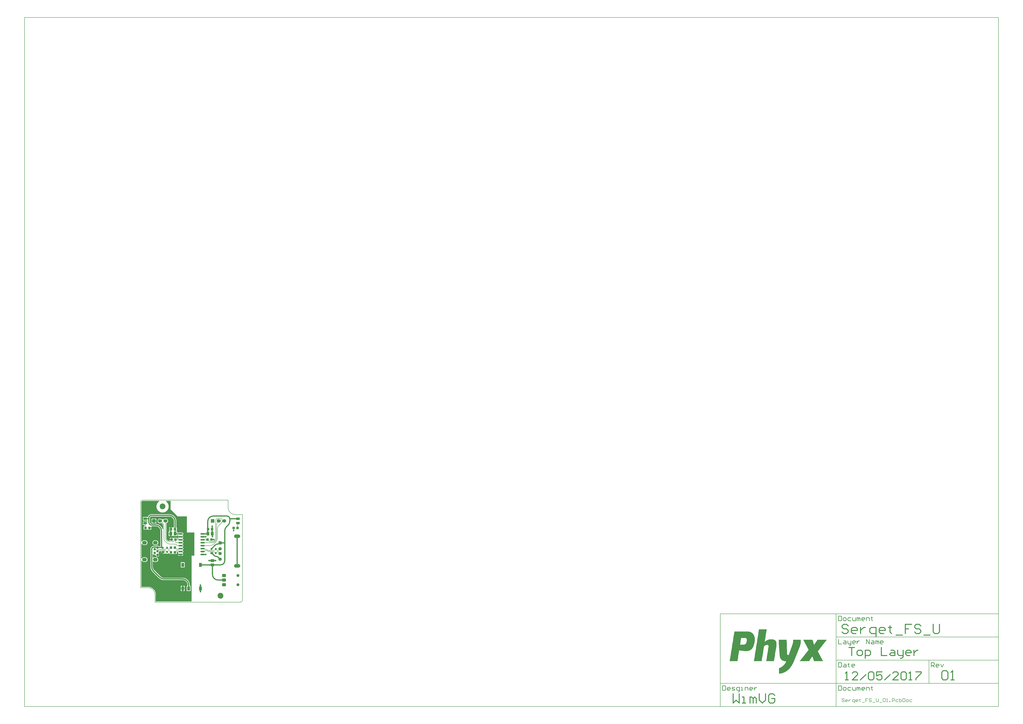
<source format=gtl>
G04 Layer_Physical_Order=1*
G04 Layer_Color=48896*
%FSLAX25Y25*%
%MOIN*%
G70*
G01*
G75*
%ADD10C,0.00787*%
%ADD11C,0.01968*%
%ADD12C,0.00787*%
%ADD13O,0.07480X0.02362*%
%ADD14R,0.05905X0.03937*%
%ADD15R,0.04331X0.03937*%
%ADD16R,0.05118X0.05905*%
%ADD17R,0.03150X0.03543*%
%ADD18R,0.04724X0.03543*%
%ADD19R,0.04724X0.07087*%
%ADD20R,0.05905X0.05118*%
%ADD21C,0.01575*%
%ADD22C,0.00591*%
%ADD23C,0.00984*%
%ADD24C,0.09842*%
%ADD25R,0.05905X0.05905*%
%ADD26C,0.05905*%
%ADD27O,0.04000X0.04331*%
%ADD28O,0.08000X0.06000*%
%ADD29O,0.10630X0.05905*%
%ADD30C,0.05591*%
%ADD31R,0.05591X0.05591*%
%ADD32C,0.05118*%
G04:AMPARAMS|DCode=33|XSize=66.93mil|YSize=55.12mil|CornerRadius=13.78mil|HoleSize=0mil|Usage=FLASHONLY|Rotation=180.000|XOffset=0mil|YOffset=0mil|HoleType=Round|Shape=RoundedRectangle|*
%AMROUNDEDRECTD33*
21,1,0.06693,0.02756,0,0,180.0*
21,1,0.03937,0.05512,0,0,180.0*
1,1,0.02756,-0.01968,0.01378*
1,1,0.02756,0.01968,0.01378*
1,1,0.02756,0.01968,-0.01378*
1,1,0.02756,-0.01968,-0.01378*
%
%ADD33ROUNDEDRECTD33*%
%ADD34C,0.02756*%
G36*
X-82677Y85332D02*
X-55300D01*
X-55056Y84865D01*
X-55003Y84348D01*
X-55289Y84151D01*
X-55719Y83822D01*
X-56130Y83470D01*
X-56523Y83098D01*
X-56895Y82705D01*
X-57247Y82293D01*
X-57576Y81864D01*
X-57883Y81418D01*
X-58166Y80957D01*
X-58424Y80481D01*
X-58657Y79992D01*
X-58864Y79492D01*
X-59045Y78982D01*
X-59198Y78463D01*
X-59325Y77937D01*
X-59424Y77405D01*
X-59494Y76868D01*
X-59537Y76328D01*
X-59551Y75787D01*
X-59537Y75246D01*
X-59494Y74707D01*
X-59424Y74170D01*
X-59325Y73638D01*
X-59198Y73112D01*
X-59045Y72593D01*
X-58864Y72083D01*
X-58657Y71583D01*
X-58424Y71094D01*
X-58166Y70618D01*
X-57883Y70157D01*
X-57576Y69711D01*
X-57247Y69281D01*
X-56895Y68870D01*
X-56523Y68477D01*
X-56130Y68105D01*
X-55719Y67753D01*
X-55289Y67424D01*
X-54843Y67117D01*
X-54382Y66834D01*
X-53906Y66576D01*
X-53417Y66343D01*
X-52917Y66136D01*
X-52407Y65955D01*
X-51888Y65802D01*
X-51362Y65675D01*
X-50830Y65576D01*
X-50293Y65506D01*
X-49754Y65463D01*
X-49213Y65449D01*
X-48672Y65463D01*
X-48132Y65506D01*
X-47595Y65576D01*
X-47063Y65675D01*
X-46537Y65802D01*
X-46018Y65955D01*
X-45508Y66136D01*
X-45008Y66343D01*
X-44519Y66576D01*
X-44043Y66834D01*
X-43582Y67117D01*
X-43136Y67424D01*
X-42707Y67753D01*
X-42295Y68105D01*
X-41902Y68477D01*
X-41530Y68870D01*
X-41178Y69281D01*
X-40849Y69711D01*
X-40542Y70157D01*
X-40260Y70618D01*
X-40001Y71094D01*
X-39768Y71583D01*
X-39561Y72083D01*
X-39380Y72593D01*
X-39227Y73112D01*
X-39100Y73638D01*
X-39002Y74170D01*
X-38931Y74707D01*
X-38889Y75246D01*
X-38874Y75787D01*
X-38889Y76328D01*
X-38931Y76868D01*
X-39002Y77405D01*
X-39100Y77937D01*
X-39227Y78463D01*
X-39380Y78982D01*
X-39561Y79492D01*
X-39768Y79992D01*
X-40001Y80481D01*
X-40260Y80957D01*
X-40542Y81418D01*
X-40849Y81864D01*
X-41178Y82293D01*
X-41530Y82705D01*
X-41902Y83098D01*
X-42295Y83470D01*
X-42707Y83822D01*
X-43136Y84151D01*
X-43422Y84348D01*
X-43369Y84865D01*
X-43125Y85332D01*
X-35433D01*
X-35433Y70866D01*
X-23622Y59055D01*
X-7874D01*
Y31496D01*
X4921Y31496D01*
Y-7874D01*
X0Y-7874D01*
Y-85332D01*
X-60726D01*
Y-73819D01*
X-60725D01*
X-60739Y-73214D01*
X-60781Y-72611D01*
X-60850Y-72010D01*
X-60948Y-71413D01*
X-61073Y-70821D01*
X-61225Y-70236D01*
X-61404Y-69658D01*
X-61609Y-69089D01*
X-61841Y-68530D01*
X-62098Y-67982D01*
X-62380Y-67447D01*
X-62686Y-66926D01*
X-63016Y-66419D01*
X-63370Y-65928D01*
X-63745Y-65454D01*
X-64142Y-64998D01*
X-64560Y-64560D01*
X-64998Y-64142D01*
X-65454Y-63745D01*
X-65928Y-63370D01*
X-66419Y-63016D01*
X-66926Y-62686D01*
X-67447Y-62380D01*
X-67982Y-62098D01*
X-68530Y-61841D01*
X-69089Y-61609D01*
X-69658Y-61404D01*
X-70236Y-61225D01*
X-70821Y-61073D01*
X-71413Y-60948D01*
X-72010Y-60850D01*
X-72611Y-60781D01*
X-73214Y-60739D01*
X-73819Y-60725D01*
Y-60726D01*
X-85332D01*
Y-16230D01*
X-84348Y-16034D01*
X-84339Y-16056D01*
X-84178Y-16364D01*
X-83991Y-16657D01*
X-83779Y-16933D01*
X-83544Y-17190D01*
X-83288Y-17425D01*
X-83012Y-17637D01*
X-82718Y-17824D01*
X-82410Y-17985D01*
X-82088Y-18118D01*
X-81757Y-18222D01*
X-81417Y-18297D01*
X-81072Y-18343D01*
X-80724Y-18358D01*
X-78724D01*
X-78377Y-18343D01*
X-78032Y-18297D01*
X-77692Y-18222D01*
X-77360Y-18118D01*
X-77039Y-17985D01*
X-76730Y-17824D01*
X-76437Y-17637D01*
X-76161Y-17425D01*
X-75904Y-17190D01*
X-75669Y-16933D01*
X-75458Y-16657D01*
X-75271Y-16364D01*
X-75110Y-16056D01*
X-74977Y-15734D01*
X-74872Y-15402D01*
X-74797Y-15063D01*
X-74752Y-14718D01*
X-74736Y-14370D01*
X-74752Y-14022D01*
X-74797Y-13678D01*
X-74872Y-13338D01*
X-74977Y-13006D01*
X-75110Y-12685D01*
X-75271Y-12376D01*
X-75458Y-12083D01*
X-75669Y-11807D01*
X-75904Y-11550D01*
X-76161Y-11315D01*
X-76437Y-11103D01*
X-76730Y-10916D01*
X-77039Y-10756D01*
X-77360Y-10622D01*
X-77692Y-10518D01*
X-78032Y-10443D01*
X-78377Y-10397D01*
X-78724Y-10382D01*
X-80724D01*
X-81072Y-10397D01*
X-81417Y-10443D01*
X-81757Y-10518D01*
X-82088Y-10622D01*
X-82410Y-10756D01*
X-82718Y-10916D01*
X-83012Y-11103D01*
X-83288Y-11315D01*
X-83544Y-11550D01*
X-83779Y-11807D01*
X-83991Y-12083D01*
X-84178Y-12376D01*
X-84339Y-12685D01*
X-84348Y-12706D01*
X-85332Y-12510D01*
Y12510D01*
X-84348Y12706D01*
X-84339Y12685D01*
X-84178Y12376D01*
X-83991Y12083D01*
X-83779Y11807D01*
X-83544Y11550D01*
X-83288Y11315D01*
X-83012Y11103D01*
X-82718Y10916D01*
X-82410Y10756D01*
X-82088Y10622D01*
X-81757Y10518D01*
X-81417Y10443D01*
X-81072Y10397D01*
X-80724Y10382D01*
X-78724D01*
X-78377Y10397D01*
X-78032Y10443D01*
X-77692Y10518D01*
X-77360Y10622D01*
X-77039Y10756D01*
X-76730Y10916D01*
X-76437Y11103D01*
X-76161Y11315D01*
X-75904Y11550D01*
X-75669Y11807D01*
X-75458Y12083D01*
X-75271Y12376D01*
X-75110Y12685D01*
X-74977Y13006D01*
X-74872Y13338D01*
X-74797Y13678D01*
X-74752Y14022D01*
X-74736Y14370D01*
X-74752Y14718D01*
X-74797Y15063D01*
X-74872Y15402D01*
X-74977Y15734D01*
X-75110Y16056D01*
X-75271Y16364D01*
X-75458Y16657D01*
X-75669Y16933D01*
X-75904Y17190D01*
X-76161Y17425D01*
X-76437Y17637D01*
X-76730Y17824D01*
X-77039Y17985D01*
X-77360Y18118D01*
X-77692Y18222D01*
X-78032Y18297D01*
X-78377Y18343D01*
X-78724Y18358D01*
X-80724D01*
X-81072Y18343D01*
X-81417Y18297D01*
X-81757Y18222D01*
X-82088Y18118D01*
X-82410Y17985D01*
X-82718Y17824D01*
X-83012Y17637D01*
X-83288Y17425D01*
X-83544Y17190D01*
X-83779Y16933D01*
X-83991Y16657D01*
X-84178Y16364D01*
X-84339Y16056D01*
X-84348Y16034D01*
X-85332Y16230D01*
Y82677D01*
X-85333Y82695D01*
X-85321Y82938D01*
X-85283Y83196D01*
X-85220Y83448D01*
X-85132Y83694D01*
X-85020Y83930D01*
X-84886Y84153D01*
X-84731Y84363D01*
X-84556Y84556D01*
X-84363Y84731D01*
X-84153Y84886D01*
X-83930Y85020D01*
X-83694Y85132D01*
X-83448Y85220D01*
X-83196Y85283D01*
X-82938Y85321D01*
X-82695Y85333D01*
X-82677Y85332D01*
D02*
G37*
G36*
X1078558Y-150646D02*
X1078271D01*
Y-150933D01*
X1077985D01*
Y-151219D01*
Y-151505D01*
X1077699D01*
Y-151791D01*
X1077412D01*
Y-152078D01*
X1077126D01*
Y-152364D01*
Y-152650D01*
X1076840D01*
Y-152937D01*
X1076553D01*
Y-153223D01*
X1076267D01*
Y-153509D01*
X1075981D01*
Y-153796D01*
Y-154082D01*
X1075694D01*
Y-154368D01*
X1075408D01*
Y-154655D01*
X1075122D01*
Y-154941D01*
Y-155227D01*
X1074835D01*
Y-155514D01*
X1074549D01*
Y-155800D01*
X1074263D01*
Y-156086D01*
X1073977D01*
Y-156372D01*
Y-156659D01*
X1073690D01*
Y-156945D01*
X1073404D01*
Y-157231D01*
X1073118D01*
Y-157518D01*
Y-157804D01*
X1072831D01*
Y-158090D01*
X1072545D01*
Y-158377D01*
X1072259D01*
Y-158663D01*
Y-158949D01*
X1071972D01*
Y-159236D01*
X1071686D01*
Y-159522D01*
X1071400D01*
Y-159808D01*
X1071113D01*
Y-160094D01*
Y-160381D01*
X1070827D01*
Y-160667D01*
X1070541D01*
Y-160953D01*
X1070255D01*
Y-161240D01*
Y-161526D01*
X1069968D01*
Y-161812D01*
X1069682D01*
Y-162099D01*
X1069396D01*
Y-162385D01*
Y-162671D01*
X1069109D01*
Y-162958D01*
X1068823D01*
Y-163244D01*
X1068537D01*
Y-163530D01*
X1068250D01*
Y-163816D01*
Y-164103D01*
X1067964D01*
Y-164389D01*
X1067678D01*
Y-164675D01*
X1067391D01*
Y-164962D01*
Y-165248D01*
X1067105D01*
Y-165534D01*
X1066819D01*
Y-165821D01*
X1066533D01*
Y-166107D01*
Y-166393D01*
X1066246D01*
Y-166680D01*
X1065960D01*
Y-166966D01*
X1065674D01*
Y-167252D01*
X1065387D01*
Y-167539D01*
Y-167825D01*
X1065101D01*
Y-168111D01*
X1064815D01*
Y-168398D01*
X1064528D01*
Y-168684D01*
Y-168970D01*
X1064242D01*
Y-169256D01*
X1063956D01*
Y-169543D01*
X1063669D01*
Y-169829D01*
X1063383D01*
Y-170115D01*
Y-170402D01*
X1063669D01*
Y-170688D01*
Y-170974D01*
X1063956D01*
Y-171261D01*
Y-171547D01*
X1064242D01*
Y-171833D01*
X1064528D01*
Y-172120D01*
Y-172406D01*
X1064815D01*
Y-172692D01*
Y-172978D01*
X1065101D01*
Y-173265D01*
Y-173551D01*
X1065387D01*
Y-173837D01*
Y-174124D01*
X1065674D01*
Y-174410D01*
Y-174696D01*
X1065960D01*
Y-174983D01*
Y-175269D01*
X1066246D01*
Y-175555D01*
Y-175842D01*
X1066533D01*
Y-176128D01*
Y-176414D01*
X1066819D01*
Y-176701D01*
X1067105D01*
Y-176987D01*
Y-177273D01*
X1067391D01*
Y-177560D01*
Y-177846D01*
X1067678D01*
Y-178132D01*
Y-178419D01*
X1067964D01*
Y-178705D01*
Y-178991D01*
X1068250D01*
Y-179277D01*
Y-179564D01*
X1068537D01*
Y-179850D01*
Y-180136D01*
X1068823D01*
Y-180423D01*
Y-180709D01*
X1069109D01*
Y-180995D01*
X1069396D01*
Y-181282D01*
Y-181568D01*
X1069682D01*
Y-181854D01*
Y-182141D01*
X1069968D01*
Y-182427D01*
Y-182713D01*
X1070255D01*
Y-183000D01*
Y-183286D01*
X1070541D01*
Y-183572D01*
Y-183858D01*
X1070827D01*
Y-184145D01*
Y-184431D01*
X1071113D01*
Y-184717D01*
Y-185004D01*
X1071400D01*
Y-185290D01*
X1071686D01*
Y-185576D01*
Y-185863D01*
X1071972D01*
Y-186149D01*
Y-186435D01*
X1072259D01*
Y-186722D01*
X1057084D01*
Y-186435D01*
X1056798D01*
Y-186149D01*
Y-185863D01*
Y-185576D01*
X1056511D01*
Y-185290D01*
Y-185004D01*
Y-184717D01*
X1056225D01*
Y-184431D01*
Y-184145D01*
X1055939D01*
Y-183858D01*
Y-183572D01*
Y-183286D01*
X1055653D01*
Y-183000D01*
Y-182713D01*
Y-182427D01*
X1055366D01*
Y-182141D01*
Y-181854D01*
X1055080D01*
Y-181568D01*
Y-181282D01*
Y-180995D01*
X1054794D01*
Y-180709D01*
Y-180423D01*
Y-180136D01*
X1054507D01*
Y-179850D01*
Y-179564D01*
Y-179277D01*
X1054221D01*
Y-178991D01*
X1053648D01*
Y-179277D01*
Y-179564D01*
X1053362D01*
Y-179850D01*
X1053076D01*
Y-180136D01*
Y-180423D01*
X1052789D01*
Y-180709D01*
X1052503D01*
Y-180995D01*
Y-181282D01*
X1052217D01*
Y-181568D01*
X1051931D01*
Y-181854D01*
Y-182141D01*
X1051644D01*
Y-182427D01*
X1051358D01*
Y-182713D01*
X1051072D01*
Y-183000D01*
Y-183286D01*
X1050785D01*
Y-183572D01*
X1050499D01*
Y-183858D01*
Y-184145D01*
X1050213D01*
Y-184431D01*
X1049926D01*
Y-184717D01*
Y-185004D01*
X1049640D01*
Y-185290D01*
X1049354D01*
Y-185576D01*
Y-185863D01*
X1049067D01*
Y-186149D01*
X1048781D01*
Y-186435D01*
Y-186722D01*
X1032747D01*
Y-186435D01*
X1033034D01*
Y-186149D01*
X1033320D01*
Y-185863D01*
X1033607D01*
Y-185576D01*
X1033893D01*
Y-185290D01*
Y-185004D01*
X1034179D01*
Y-184717D01*
X1034465D01*
Y-184431D01*
X1034752D01*
Y-184145D01*
X1035038D01*
Y-183858D01*
Y-183572D01*
X1035324D01*
Y-183286D01*
X1035611D01*
Y-183000D01*
X1035897D01*
Y-182713D01*
Y-182427D01*
X1036183D01*
Y-182141D01*
X1036470D01*
Y-181854D01*
X1036756D01*
Y-181568D01*
X1037042D01*
Y-181282D01*
Y-180995D01*
X1037329D01*
Y-180709D01*
X1037615D01*
Y-180423D01*
X1037901D01*
Y-180136D01*
X1038188D01*
Y-179850D01*
Y-179564D01*
X1038474D01*
Y-179277D01*
X1038760D01*
Y-178991D01*
X1039046D01*
Y-178705D01*
Y-178419D01*
X1039333D01*
Y-178132D01*
X1039619D01*
Y-177846D01*
X1039905D01*
Y-177560D01*
X1040192D01*
Y-177273D01*
Y-176987D01*
X1040478D01*
Y-176701D01*
X1040764D01*
Y-176414D01*
X1041051D01*
Y-176128D01*
Y-175842D01*
X1041337D01*
Y-175555D01*
X1041623D01*
Y-175269D01*
X1041910D01*
Y-174983D01*
X1042196D01*
Y-174696D01*
Y-174410D01*
X1042482D01*
Y-174124D01*
X1042768D01*
Y-173837D01*
X1043055D01*
Y-173551D01*
Y-173265D01*
X1043341D01*
Y-172978D01*
X1043627D01*
Y-172692D01*
X1043914D01*
Y-172406D01*
X1044200D01*
Y-172120D01*
Y-171833D01*
X1044486D01*
Y-171547D01*
X1044773D01*
Y-171261D01*
X1045059D01*
Y-170974D01*
X1045345D01*
Y-170688D01*
Y-170402D01*
X1045632D01*
Y-170115D01*
X1045918D01*
Y-169829D01*
X1046204D01*
Y-169543D01*
Y-169256D01*
X1046491D01*
Y-168970D01*
X1046777D01*
Y-168684D01*
X1047063D01*
Y-168398D01*
X1047349D01*
Y-168111D01*
Y-167825D01*
X1047636D01*
Y-167539D01*
Y-167252D01*
Y-166966D01*
X1047349D01*
Y-166680D01*
X1047063D01*
Y-166393D01*
Y-166107D01*
X1046777D01*
Y-165821D01*
Y-165534D01*
X1046491D01*
Y-165248D01*
Y-164962D01*
X1046204D01*
Y-164675D01*
Y-164389D01*
X1045918D01*
Y-164103D01*
Y-163816D01*
X1045632D01*
Y-163530D01*
Y-163244D01*
X1045345D01*
Y-162958D01*
X1045059D01*
Y-162671D01*
Y-162385D01*
X1044773D01*
Y-162099D01*
Y-161812D01*
X1044486D01*
Y-161526D01*
Y-161240D01*
X1044200D01*
Y-160953D01*
Y-160667D01*
X1043914D01*
Y-160381D01*
Y-160094D01*
X1043627D01*
Y-159808D01*
Y-159522D01*
X1043341D01*
Y-159236D01*
X1043055D01*
Y-158949D01*
Y-158663D01*
X1042768D01*
Y-158377D01*
Y-158090D01*
X1042482D01*
Y-157804D01*
Y-157518D01*
X1042196D01*
Y-157231D01*
Y-156945D01*
X1041910D01*
Y-156659D01*
Y-156372D01*
X1041623D01*
Y-156086D01*
Y-155800D01*
X1041337D01*
Y-155514D01*
Y-155227D01*
X1041051D01*
Y-154941D01*
X1040764D01*
Y-154655D01*
Y-154368D01*
X1040478D01*
Y-154082D01*
Y-153796D01*
X1040192D01*
Y-153509D01*
Y-153223D01*
X1039905D01*
Y-152937D01*
Y-152650D01*
X1039619D01*
Y-152364D01*
Y-152078D01*
X1039333D01*
Y-151791D01*
Y-151505D01*
X1039046D01*
Y-151219D01*
X1038760D01*
Y-150933D01*
Y-150646D01*
X1038474D01*
Y-150360D01*
X1054221D01*
Y-150646D01*
X1054507D01*
Y-150933D01*
Y-151219D01*
Y-151505D01*
X1054794D01*
Y-151791D01*
Y-152078D01*
Y-152364D01*
X1055080D01*
Y-152650D01*
Y-152937D01*
Y-153223D01*
X1055366D01*
Y-153509D01*
Y-153796D01*
Y-154082D01*
X1055653D01*
Y-154368D01*
Y-154655D01*
Y-154941D01*
X1055939D01*
Y-155227D01*
Y-155514D01*
Y-155800D01*
X1056225D01*
Y-156086D01*
Y-156372D01*
Y-156659D01*
X1056511D01*
Y-156945D01*
Y-157231D01*
Y-157518D01*
X1056798D01*
Y-157804D01*
Y-158090D01*
Y-158377D01*
Y-158663D01*
X1057370D01*
Y-158377D01*
X1057657D01*
Y-158090D01*
X1057943D01*
Y-157804D01*
Y-157518D01*
X1058229D01*
Y-157231D01*
X1058516D01*
Y-156945D01*
Y-156659D01*
X1058802D01*
Y-156372D01*
X1059088D01*
Y-156086D01*
Y-155800D01*
X1059375D01*
Y-155514D01*
X1059661D01*
Y-155227D01*
Y-154941D01*
X1059947D01*
Y-154655D01*
X1060234D01*
Y-154368D01*
Y-154082D01*
X1060520D01*
Y-153796D01*
X1060806D01*
Y-153509D01*
Y-153223D01*
X1061092D01*
Y-152937D01*
X1061379D01*
Y-152650D01*
Y-152364D01*
X1061665D01*
Y-152078D01*
X1061951D01*
Y-151791D01*
Y-151505D01*
X1062238D01*
Y-151219D01*
X1062524D01*
Y-150933D01*
Y-150646D01*
X1062810D01*
Y-150360D01*
X1078558D01*
Y-150646D01*
D02*
G37*
G36*
X945422Y-136617D02*
X947140D01*
Y-136903D01*
X947999D01*
Y-137189D01*
X948858D01*
Y-137476D01*
X949717D01*
Y-137762D01*
X950289D01*
Y-138048D01*
X950576D01*
Y-138335D01*
X951148D01*
Y-138621D01*
X951435D01*
Y-138907D01*
X952007D01*
Y-139194D01*
X952294D01*
Y-139480D01*
X952580D01*
Y-139766D01*
X952866D01*
Y-140053D01*
X953153D01*
Y-140339D01*
X953439D01*
Y-140625D01*
X953725D01*
Y-140911D01*
Y-141198D01*
X954012D01*
Y-141484D01*
X954298D01*
Y-141771D01*
Y-142057D01*
X954584D01*
Y-142343D01*
X954870D01*
Y-142629D01*
Y-142916D01*
X955157D01*
Y-143202D01*
Y-143488D01*
Y-143775D01*
X955443D01*
Y-144061D01*
Y-144347D01*
Y-144634D01*
X955729D01*
Y-144920D01*
Y-145206D01*
Y-145492D01*
Y-145779D01*
X956016D01*
Y-146065D01*
Y-146352D01*
Y-146638D01*
Y-146924D01*
Y-147210D01*
X956302D01*
Y-147497D01*
Y-147783D01*
Y-148069D01*
Y-148356D01*
Y-148642D01*
Y-148928D01*
Y-149215D01*
Y-149501D01*
Y-149787D01*
Y-150074D01*
Y-150360D01*
Y-150646D01*
Y-150933D01*
Y-151219D01*
Y-151505D01*
Y-151791D01*
Y-152078D01*
Y-152364D01*
Y-152650D01*
Y-152937D01*
X956016D01*
Y-153223D01*
Y-153509D01*
Y-153796D01*
Y-154082D01*
Y-154368D01*
Y-154655D01*
Y-154941D01*
X955729D01*
Y-155227D01*
Y-155514D01*
Y-155800D01*
Y-156086D01*
Y-156372D01*
X955443D01*
Y-156659D01*
Y-156945D01*
Y-157231D01*
Y-157518D01*
Y-157804D01*
X955157D01*
Y-158090D01*
Y-158377D01*
Y-158663D01*
X954870D01*
Y-158949D01*
Y-159236D01*
Y-159522D01*
Y-159808D01*
X954584D01*
Y-160094D01*
Y-160381D01*
Y-160667D01*
X954298D01*
Y-160953D01*
Y-161240D01*
X954012D01*
Y-161526D01*
Y-161812D01*
Y-162099D01*
X953725D01*
Y-162385D01*
Y-162671D01*
X953439D01*
Y-162958D01*
Y-163244D01*
X953153D01*
Y-163530D01*
Y-163816D01*
X952866D01*
Y-164103D01*
X952580D01*
Y-164389D01*
Y-164675D01*
X952294D01*
Y-164962D01*
X952007D01*
Y-165248D01*
X951721D01*
Y-165534D01*
Y-165821D01*
X951435D01*
Y-166107D01*
X951148D01*
Y-166393D01*
X950862D01*
Y-166680D01*
X950576D01*
Y-166966D01*
X950289D01*
Y-167252D01*
X949717D01*
Y-167539D01*
X949430D01*
Y-167825D01*
X948858D01*
Y-168111D01*
X948572D01*
Y-168398D01*
X947999D01*
Y-168684D01*
X947140D01*
Y-168970D01*
X946281D01*
Y-169256D01*
X945422D01*
Y-169543D01*
X943704D01*
Y-169829D01*
X938551D01*
Y-169543D01*
X935974D01*
Y-169256D01*
X933970D01*
Y-168970D01*
X932538D01*
Y-168684D01*
X931106D01*
Y-168398D01*
X929675D01*
Y-168684D01*
Y-168970D01*
Y-169256D01*
Y-169543D01*
Y-169829D01*
Y-170115D01*
Y-170402D01*
X929389D01*
Y-170688D01*
Y-170974D01*
Y-171261D01*
Y-171547D01*
Y-171833D01*
Y-172120D01*
X929102D01*
Y-172406D01*
Y-172692D01*
Y-172978D01*
Y-173265D01*
Y-173551D01*
Y-173837D01*
X928816D01*
Y-174124D01*
Y-174410D01*
Y-174696D01*
Y-174983D01*
Y-175269D01*
Y-175555D01*
Y-175842D01*
X928530D01*
Y-176128D01*
Y-176414D01*
Y-176701D01*
Y-176987D01*
Y-177273D01*
Y-177560D01*
X928243D01*
Y-177846D01*
Y-178132D01*
Y-178419D01*
Y-178705D01*
Y-178991D01*
Y-179277D01*
X927957D01*
Y-179564D01*
Y-179850D01*
Y-180136D01*
Y-180423D01*
Y-180709D01*
Y-180995D01*
Y-181282D01*
X927671D01*
Y-181568D01*
Y-181854D01*
Y-182141D01*
Y-182427D01*
Y-182713D01*
Y-183000D01*
X927384D01*
Y-183286D01*
Y-183572D01*
Y-183858D01*
Y-184145D01*
Y-184431D01*
Y-184717D01*
X927098D01*
Y-185004D01*
Y-185290D01*
Y-185576D01*
Y-185863D01*
Y-186149D01*
Y-186435D01*
Y-186722D01*
X913641D01*
Y-186435D01*
X913928D01*
Y-186149D01*
Y-185863D01*
Y-185576D01*
Y-185290D01*
Y-185004D01*
X914214D01*
Y-184717D01*
Y-184431D01*
Y-184145D01*
Y-183858D01*
Y-183572D01*
Y-183286D01*
Y-183000D01*
X914500D01*
Y-182713D01*
Y-182427D01*
Y-182141D01*
Y-181854D01*
Y-181568D01*
Y-181282D01*
X914787D01*
Y-180995D01*
Y-180709D01*
Y-180423D01*
Y-180136D01*
Y-179850D01*
Y-179564D01*
X915073D01*
Y-179277D01*
Y-178991D01*
Y-178705D01*
Y-178419D01*
Y-178132D01*
Y-177846D01*
Y-177560D01*
X915359D01*
Y-177273D01*
Y-176987D01*
Y-176701D01*
Y-176414D01*
Y-176128D01*
Y-175842D01*
X915646D01*
Y-175555D01*
Y-175269D01*
Y-174983D01*
Y-174696D01*
Y-174410D01*
Y-174124D01*
X915932D01*
Y-173837D01*
Y-173551D01*
Y-173265D01*
Y-172978D01*
Y-172692D01*
Y-172406D01*
X916218D01*
Y-172120D01*
Y-171833D01*
Y-171547D01*
Y-171261D01*
Y-170974D01*
Y-170688D01*
Y-170402D01*
X916504D01*
Y-170115D01*
Y-169829D01*
Y-169543D01*
Y-169256D01*
Y-168970D01*
Y-168684D01*
X916791D01*
Y-168398D01*
Y-168111D01*
Y-167825D01*
Y-167539D01*
Y-167252D01*
Y-166966D01*
X917077D01*
Y-166680D01*
Y-166393D01*
Y-166107D01*
Y-165821D01*
Y-165534D01*
Y-165248D01*
X917363D01*
Y-164962D01*
Y-164675D01*
Y-164389D01*
Y-164103D01*
Y-163816D01*
Y-163530D01*
Y-163244D01*
X917650D01*
Y-162958D01*
Y-162671D01*
Y-162385D01*
Y-162099D01*
Y-161812D01*
Y-161526D01*
X917936D01*
Y-161240D01*
Y-160953D01*
Y-160667D01*
Y-160381D01*
Y-160094D01*
Y-159808D01*
X918222D01*
Y-159522D01*
Y-159236D01*
Y-158949D01*
Y-158663D01*
Y-158377D01*
Y-158090D01*
Y-157804D01*
X918509D01*
Y-157518D01*
Y-157231D01*
Y-156945D01*
Y-156659D01*
Y-156372D01*
Y-156086D01*
X918795D01*
Y-155800D01*
Y-155514D01*
Y-155227D01*
Y-154941D01*
Y-154655D01*
Y-154368D01*
X919081D01*
Y-154082D01*
Y-153796D01*
Y-153509D01*
Y-153223D01*
Y-152937D01*
Y-152650D01*
X919368D01*
Y-152364D01*
Y-152078D01*
Y-151791D01*
Y-151505D01*
Y-151219D01*
Y-150933D01*
Y-150646D01*
X919654D01*
Y-150360D01*
Y-150074D01*
Y-149787D01*
Y-149501D01*
Y-149215D01*
Y-148928D01*
X919940D01*
Y-148642D01*
Y-148356D01*
Y-148069D01*
Y-147783D01*
Y-147497D01*
Y-147210D01*
X920227D01*
Y-146924D01*
Y-146638D01*
Y-146352D01*
Y-146065D01*
Y-145779D01*
Y-145492D01*
Y-145206D01*
X920513D01*
Y-144920D01*
Y-144634D01*
Y-144347D01*
Y-144061D01*
Y-143775D01*
Y-143488D01*
X920799D01*
Y-143202D01*
Y-142916D01*
Y-142629D01*
Y-142343D01*
Y-142057D01*
Y-141771D01*
X921085D01*
Y-141484D01*
Y-141198D01*
Y-140911D01*
Y-140625D01*
Y-140339D01*
Y-140053D01*
Y-139766D01*
X921372D01*
Y-139480D01*
Y-139194D01*
Y-138907D01*
Y-138621D01*
Y-138335D01*
Y-138048D01*
X921658D01*
Y-137762D01*
Y-137476D01*
Y-137189D01*
Y-136903D01*
Y-136617D01*
Y-136330D01*
X945422D01*
Y-136617D01*
D02*
G37*
G36*
X1034465Y-150646D02*
Y-150933D01*
Y-151219D01*
Y-151505D01*
Y-151791D01*
Y-152078D01*
Y-152364D01*
Y-152650D01*
Y-152937D01*
Y-153223D01*
Y-153509D01*
Y-153796D01*
Y-154082D01*
Y-154368D01*
Y-154655D01*
Y-154941D01*
Y-155227D01*
Y-155514D01*
Y-155800D01*
Y-156086D01*
Y-156372D01*
X1034179D01*
Y-156659D01*
Y-156945D01*
Y-157231D01*
Y-157518D01*
Y-157804D01*
X1033893D01*
Y-158090D01*
Y-158377D01*
Y-158663D01*
Y-158949D01*
X1033607D01*
Y-159236D01*
Y-159522D01*
Y-159808D01*
Y-160094D01*
X1033320D01*
Y-160381D01*
Y-160667D01*
Y-160953D01*
X1033034D01*
Y-161240D01*
Y-161526D01*
Y-161812D01*
X1032747D01*
Y-162099D01*
Y-162385D01*
Y-162671D01*
X1032461D01*
Y-162958D01*
Y-163244D01*
Y-163530D01*
X1032175D01*
Y-163816D01*
Y-164103D01*
X1031889D01*
Y-164389D01*
Y-164675D01*
X1031602D01*
Y-164962D01*
Y-165248D01*
Y-165534D01*
X1031316D01*
Y-165821D01*
Y-166107D01*
X1031030D01*
Y-166393D01*
Y-166680D01*
Y-166966D01*
X1030743D01*
Y-167252D01*
Y-167539D01*
X1030457D01*
Y-167825D01*
Y-168111D01*
Y-168398D01*
X1030171D01*
Y-168684D01*
Y-168970D01*
X1029884D01*
Y-169256D01*
Y-169543D01*
Y-169829D01*
X1029598D01*
Y-170115D01*
Y-170402D01*
X1029312D01*
Y-170688D01*
Y-170974D01*
Y-171261D01*
X1029025D01*
Y-171547D01*
Y-171833D01*
X1028739D01*
Y-172120D01*
Y-172406D01*
Y-172692D01*
X1028453D01*
Y-172978D01*
Y-173265D01*
X1028166D01*
Y-173551D01*
Y-173837D01*
Y-174124D01*
X1027880D01*
Y-174410D01*
Y-174696D01*
X1027594D01*
Y-174983D01*
Y-175269D01*
Y-175555D01*
X1027308D01*
Y-175842D01*
Y-176128D01*
X1027021D01*
Y-176414D01*
Y-176701D01*
Y-176987D01*
X1026735D01*
Y-177273D01*
Y-177560D01*
X1026449D01*
Y-177846D01*
Y-178132D01*
Y-178419D01*
X1026162D01*
Y-178705D01*
Y-178991D01*
X1025876D01*
Y-179277D01*
Y-179564D01*
Y-179850D01*
X1025590D01*
Y-180136D01*
Y-180423D01*
X1025303D01*
Y-180709D01*
Y-180995D01*
Y-181282D01*
X1025017D01*
Y-181568D01*
Y-181854D01*
X1024731D01*
Y-182141D01*
Y-182427D01*
Y-182713D01*
X1024444D01*
Y-183000D01*
Y-183286D01*
X1024158D01*
Y-183572D01*
Y-183858D01*
Y-184145D01*
X1023872D01*
Y-184431D01*
Y-184717D01*
X1023586D01*
Y-185004D01*
Y-185290D01*
Y-185576D01*
X1023299D01*
Y-185863D01*
Y-186149D01*
X1023013D01*
Y-186435D01*
Y-186722D01*
Y-187008D01*
X1022727D01*
Y-187294D01*
Y-187581D01*
X1022440D01*
Y-187867D01*
Y-188153D01*
X1022154D01*
Y-188439D01*
Y-188726D01*
X1021868D01*
Y-189012D01*
Y-189298D01*
Y-189585D01*
X1021581D01*
Y-189871D01*
X1021295D01*
Y-190157D01*
Y-190444D01*
Y-190730D01*
X1021009D01*
Y-191016D01*
X1020722D01*
Y-191303D01*
Y-191589D01*
X1020436D01*
Y-191875D01*
Y-192162D01*
X1020150D01*
Y-192448D01*
Y-192734D01*
X1019864D01*
Y-193020D01*
Y-193307D01*
X1019577D01*
Y-193593D01*
X1019291D01*
Y-193879D01*
Y-194166D01*
X1019005D01*
Y-194452D01*
Y-194738D01*
X1018718D01*
Y-195025D01*
X1018432D01*
Y-195311D01*
X1018146D01*
Y-195597D01*
Y-195884D01*
X1017859D01*
Y-196170D01*
X1017573D01*
Y-196456D01*
Y-196742D01*
X1017287D01*
Y-197029D01*
X1017000D01*
Y-197315D01*
X1016714D01*
Y-197601D01*
Y-197888D01*
X1016428D01*
Y-198174D01*
X1016141D01*
Y-198460D01*
X1015855D01*
Y-198747D01*
X1015569D01*
Y-199033D01*
X1015283D01*
Y-199319D01*
Y-199606D01*
X1014996D01*
Y-199892D01*
X1014710D01*
Y-200178D01*
X1014423D01*
Y-200465D01*
X1014137D01*
Y-200751D01*
X1013851D01*
Y-201037D01*
X1013565D01*
Y-201324D01*
X1013278D01*
Y-201610D01*
X1012706D01*
Y-201896D01*
X1012419D01*
Y-202183D01*
X1012133D01*
Y-202469D01*
X1011847D01*
Y-202755D01*
X1011560D01*
Y-203041D01*
X1010988D01*
Y-203328D01*
X1010701D01*
Y-203614D01*
X1010129D01*
Y-203900D01*
X1009842D01*
Y-204187D01*
X1009270D01*
Y-204473D01*
X1008984D01*
Y-204759D01*
X1008411D01*
Y-205046D01*
X1007838D01*
Y-205332D01*
X1007266D01*
Y-205618D01*
X1006693D01*
Y-205905D01*
X1006120D01*
Y-206191D01*
X1005262D01*
Y-206477D01*
X1004689D01*
Y-206764D01*
X1003830D01*
Y-207050D01*
X1002685D01*
Y-207336D01*
X1001539D01*
Y-207622D01*
X999822D01*
Y-207909D01*
X997817D01*
Y-208195D01*
X997531D01*
Y-207909D01*
Y-207622D01*
Y-207336D01*
Y-207050D01*
Y-206764D01*
Y-206477D01*
Y-206191D01*
Y-205905D01*
Y-205618D01*
Y-205332D01*
Y-205046D01*
Y-204759D01*
Y-204473D01*
Y-204187D01*
Y-203900D01*
Y-203614D01*
Y-203328D01*
Y-203041D01*
Y-202755D01*
Y-202469D01*
Y-202183D01*
Y-201896D01*
Y-201610D01*
Y-201324D01*
Y-201037D01*
Y-200751D01*
Y-200465D01*
Y-200178D01*
Y-199892D01*
Y-199606D01*
Y-199319D01*
Y-199033D01*
Y-198747D01*
X998104D01*
Y-198460D01*
X998676D01*
Y-198174D01*
X999249D01*
Y-197888D01*
X999822D01*
Y-197601D01*
X1000394D01*
Y-197315D01*
X1000967D01*
Y-197029D01*
X1001253D01*
Y-196742D01*
X1001826D01*
Y-196456D01*
X1002112D01*
Y-196170D01*
X1002685D01*
Y-195884D01*
X1002971D01*
Y-195597D01*
X1003257D01*
Y-195311D01*
X1003830D01*
Y-195025D01*
X1004116D01*
Y-194738D01*
X1004403D01*
Y-194452D01*
X1004689D01*
Y-194166D01*
X1004975D01*
Y-193879D01*
X1005262D01*
Y-193593D01*
X1005548D01*
Y-193307D01*
X1005834D01*
Y-193020D01*
X1006120D01*
Y-192734D01*
X1006407D01*
Y-192448D01*
X1006693D01*
Y-192162D01*
X1006979D01*
Y-191875D01*
Y-191589D01*
X1007266D01*
Y-191303D01*
X1007552D01*
Y-191016D01*
X1007838D01*
Y-190730D01*
Y-190444D01*
X1008125D01*
Y-190157D01*
X1008411D01*
Y-189871D01*
Y-189585D01*
X1008697D01*
Y-189298D01*
Y-189012D01*
X1008984D01*
Y-188726D01*
X1009270D01*
Y-188439D01*
Y-188153D01*
X1009556D01*
Y-187867D01*
Y-187581D01*
X1009842D01*
Y-187294D01*
Y-187008D01*
X1008125D01*
Y-186722D01*
X1006120D01*
Y-186435D01*
X1004975D01*
Y-186149D01*
X1004403D01*
Y-185863D01*
X1003544D01*
Y-185576D01*
X1002971D01*
Y-185290D01*
X1002685D01*
Y-185004D01*
X1002112D01*
Y-184717D01*
X1001826D01*
Y-184431D01*
X1001539D01*
Y-184145D01*
X1001253D01*
Y-183858D01*
X1000967D01*
Y-183572D01*
X1000681D01*
Y-183286D01*
Y-183000D01*
X1000394D01*
Y-182713D01*
X1000108D01*
Y-182427D01*
Y-182141D01*
X999822D01*
Y-181854D01*
Y-181568D01*
X999535D01*
Y-181282D01*
Y-180995D01*
X999249D01*
Y-180709D01*
Y-180423D01*
Y-180136D01*
X998963D01*
Y-179850D01*
Y-179564D01*
Y-179277D01*
Y-178991D01*
X998676D01*
Y-178705D01*
Y-178419D01*
Y-178132D01*
Y-177846D01*
Y-177560D01*
Y-177273D01*
Y-176987D01*
X998390D01*
Y-176701D01*
Y-176414D01*
Y-176128D01*
Y-175842D01*
Y-175555D01*
Y-175269D01*
Y-174983D01*
Y-174696D01*
Y-174410D01*
Y-174124D01*
Y-173837D01*
Y-173551D01*
Y-173265D01*
Y-172978D01*
Y-172692D01*
X998104D01*
Y-172406D01*
Y-172120D01*
Y-171833D01*
Y-171547D01*
Y-171261D01*
Y-170974D01*
Y-170688D01*
Y-170402D01*
Y-170115D01*
Y-169829D01*
Y-169543D01*
Y-169256D01*
Y-168970D01*
Y-168684D01*
Y-168398D01*
X997817D01*
Y-168111D01*
Y-167825D01*
Y-167539D01*
Y-167252D01*
Y-166966D01*
Y-166680D01*
Y-166393D01*
Y-166107D01*
Y-165821D01*
Y-165534D01*
Y-165248D01*
Y-164962D01*
Y-164675D01*
Y-164389D01*
Y-164103D01*
Y-163816D01*
X997531D01*
Y-163530D01*
Y-163244D01*
Y-162958D01*
Y-162671D01*
Y-162385D01*
Y-162099D01*
Y-161812D01*
Y-161526D01*
Y-161240D01*
Y-160953D01*
Y-160667D01*
Y-160381D01*
Y-160094D01*
Y-159808D01*
Y-159522D01*
Y-159236D01*
X997245D01*
Y-158949D01*
Y-158663D01*
Y-158377D01*
Y-158090D01*
Y-157804D01*
Y-157518D01*
Y-157231D01*
Y-156945D01*
Y-156659D01*
Y-156372D01*
Y-156086D01*
Y-155800D01*
Y-155514D01*
Y-155227D01*
X996958D01*
Y-154941D01*
Y-154655D01*
Y-154368D01*
Y-154082D01*
Y-153796D01*
Y-153509D01*
Y-153223D01*
Y-152937D01*
Y-152650D01*
Y-152364D01*
Y-152078D01*
Y-151791D01*
Y-151505D01*
Y-151219D01*
Y-150933D01*
Y-150646D01*
X996672D01*
Y-150360D01*
X1010415D01*
Y-150646D01*
Y-150933D01*
Y-151219D01*
Y-151505D01*
Y-151791D01*
Y-152078D01*
Y-152364D01*
Y-152650D01*
Y-152937D01*
Y-153223D01*
Y-153509D01*
Y-153796D01*
Y-154082D01*
Y-154368D01*
X1010701D01*
Y-154655D01*
Y-154941D01*
Y-155227D01*
Y-155514D01*
Y-155800D01*
Y-156086D01*
Y-156372D01*
Y-156659D01*
Y-156945D01*
Y-157231D01*
Y-157518D01*
Y-157804D01*
Y-158090D01*
Y-158377D01*
Y-158663D01*
Y-158949D01*
Y-159236D01*
Y-159522D01*
Y-159808D01*
Y-160094D01*
Y-160381D01*
Y-160667D01*
Y-160953D01*
Y-161240D01*
Y-161526D01*
Y-161812D01*
Y-162099D01*
Y-162385D01*
Y-162671D01*
Y-162958D01*
Y-163244D01*
Y-163530D01*
Y-163816D01*
Y-164103D01*
Y-164389D01*
Y-164675D01*
Y-164962D01*
Y-165248D01*
Y-165534D01*
Y-165821D01*
Y-166107D01*
X1010988D01*
Y-166393D01*
X1010701D01*
Y-166680D01*
Y-166966D01*
X1010988D01*
Y-167252D01*
Y-167539D01*
Y-167825D01*
Y-168111D01*
Y-168398D01*
Y-168684D01*
Y-168970D01*
Y-169256D01*
Y-169543D01*
Y-169829D01*
Y-170115D01*
Y-170402D01*
Y-170688D01*
Y-170974D01*
Y-171261D01*
Y-171547D01*
Y-171833D01*
Y-172120D01*
Y-172406D01*
Y-172692D01*
Y-172978D01*
Y-173265D01*
Y-173551D01*
Y-173837D01*
Y-174124D01*
Y-174410D01*
X1011274D01*
Y-174696D01*
Y-174983D01*
Y-175269D01*
X1011560D01*
Y-175555D01*
X1011847D01*
Y-175842D01*
X1012133D01*
Y-176128D01*
X1012992D01*
Y-176414D01*
X1013851D01*
Y-176128D01*
X1014137D01*
Y-175842D01*
Y-175555D01*
Y-175269D01*
X1014423D01*
Y-174983D01*
Y-174696D01*
X1014710D01*
Y-174410D01*
Y-174124D01*
Y-173837D01*
X1014996D01*
Y-173551D01*
Y-173265D01*
Y-172978D01*
X1015283D01*
Y-172692D01*
Y-172406D01*
Y-172120D01*
X1015569D01*
Y-171833D01*
Y-171547D01*
Y-171261D01*
X1015855D01*
Y-170974D01*
Y-170688D01*
X1016141D01*
Y-170402D01*
Y-170115D01*
Y-169829D01*
X1016428D01*
Y-169543D01*
Y-169256D01*
Y-168970D01*
X1016714D01*
Y-168684D01*
Y-168398D01*
Y-168111D01*
X1017000D01*
Y-167825D01*
Y-167539D01*
X1017287D01*
Y-167252D01*
Y-166966D01*
Y-166680D01*
X1017573D01*
Y-166393D01*
Y-166107D01*
Y-165821D01*
X1017859D01*
Y-165534D01*
Y-165248D01*
Y-164962D01*
X1018146D01*
Y-164675D01*
Y-164389D01*
X1018432D01*
Y-164103D01*
Y-163816D01*
Y-163530D01*
X1018718D01*
Y-163244D01*
Y-162958D01*
Y-162671D01*
X1019005D01*
Y-162385D01*
Y-162099D01*
Y-161812D01*
X1019291D01*
Y-161526D01*
Y-161240D01*
X1019577D01*
Y-160953D01*
Y-160667D01*
Y-160381D01*
X1019864D01*
Y-160094D01*
Y-159808D01*
Y-159522D01*
X1020150D01*
Y-159236D01*
Y-158949D01*
Y-158663D01*
X1020436D01*
Y-158377D01*
Y-158090D01*
Y-157804D01*
Y-157518D01*
X1020722D01*
Y-157231D01*
Y-156945D01*
Y-156659D01*
Y-156372D01*
X1021009D01*
Y-156086D01*
Y-155800D01*
Y-155514D01*
Y-155227D01*
Y-154941D01*
X1021295D01*
Y-154655D01*
Y-154368D01*
Y-154082D01*
Y-153796D01*
Y-153509D01*
Y-153223D01*
X1021581D01*
Y-152937D01*
Y-152650D01*
Y-152364D01*
Y-152078D01*
Y-151791D01*
Y-151505D01*
Y-151219D01*
Y-150933D01*
Y-150646D01*
Y-150360D01*
X1034465D01*
Y-150646D01*
D02*
G37*
G36*
X976630Y-133181D02*
Y-133467D01*
X976344D01*
Y-133754D01*
Y-134040D01*
Y-134326D01*
Y-134613D01*
Y-134899D01*
Y-135185D01*
X976058D01*
Y-135472D01*
Y-135758D01*
Y-136044D01*
Y-136330D01*
Y-136617D01*
Y-136903D01*
X975771D01*
Y-137189D01*
Y-137476D01*
Y-137762D01*
Y-138048D01*
Y-138335D01*
Y-138621D01*
Y-138907D01*
X975485D01*
Y-139194D01*
Y-139480D01*
Y-139766D01*
Y-140053D01*
Y-140339D01*
Y-140625D01*
X975199D01*
Y-140911D01*
Y-141198D01*
Y-141484D01*
Y-141771D01*
Y-142057D01*
Y-142343D01*
X974912D01*
Y-142629D01*
Y-142916D01*
Y-143202D01*
Y-143488D01*
Y-143775D01*
Y-144061D01*
Y-144347D01*
X974626D01*
Y-144634D01*
Y-144920D01*
Y-145206D01*
Y-145492D01*
Y-145779D01*
Y-146065D01*
X974340D01*
Y-146352D01*
Y-146638D01*
Y-146924D01*
Y-147210D01*
Y-147497D01*
Y-147783D01*
X974053D01*
Y-148069D01*
Y-148356D01*
Y-148642D01*
Y-148928D01*
Y-149215D01*
Y-149501D01*
X973767D01*
Y-149787D01*
Y-150074D01*
Y-150360D01*
Y-150646D01*
Y-150933D01*
Y-151219D01*
Y-151505D01*
X973481D01*
Y-151791D01*
Y-152078D01*
Y-152364D01*
Y-152650D01*
Y-152937D01*
Y-153223D01*
X973195D01*
Y-153509D01*
Y-153796D01*
X973767D01*
Y-153509D01*
X974053D01*
Y-153223D01*
X974340D01*
Y-152937D01*
X974912D01*
Y-152650D01*
X975199D01*
Y-152364D01*
X975485D01*
Y-152078D01*
X976058D01*
Y-151791D01*
X976630D01*
Y-151505D01*
X976917D01*
Y-151219D01*
X977489D01*
Y-150933D01*
X978348D01*
Y-150646D01*
X978921D01*
Y-150360D01*
X979780D01*
Y-150074D01*
X981211D01*
Y-149787D01*
X987510D01*
Y-150074D01*
X988655D01*
Y-150360D01*
X989514D01*
Y-150646D01*
X990087D01*
Y-150933D01*
X990373D01*
Y-151219D01*
X990946D01*
Y-151505D01*
X991232D01*
Y-151791D01*
X991518D01*
Y-152078D01*
X991805D01*
Y-152364D01*
X992091D01*
Y-152650D01*
Y-152937D01*
X992377D01*
Y-153223D01*
Y-153509D01*
X992664D01*
Y-153796D01*
Y-154082D01*
Y-154368D01*
X992950D01*
Y-154655D01*
Y-154941D01*
Y-155227D01*
Y-155514D01*
X993236D01*
Y-155800D01*
Y-156086D01*
Y-156372D01*
Y-156659D01*
Y-156945D01*
Y-157231D01*
Y-157518D01*
Y-157804D01*
Y-158090D01*
Y-158377D01*
Y-158663D01*
Y-158949D01*
Y-159236D01*
Y-159522D01*
Y-159808D01*
Y-160094D01*
Y-160381D01*
Y-160667D01*
X992950D01*
Y-160953D01*
Y-161240D01*
Y-161526D01*
Y-161812D01*
Y-162099D01*
Y-162385D01*
Y-162671D01*
X992664D01*
Y-162958D01*
Y-163244D01*
Y-163530D01*
Y-163816D01*
Y-164103D01*
Y-164389D01*
Y-164675D01*
X992377D01*
Y-164962D01*
Y-165248D01*
Y-165534D01*
Y-165821D01*
Y-166107D01*
Y-166393D01*
X992091D01*
Y-166680D01*
Y-166966D01*
Y-167252D01*
Y-167539D01*
Y-167825D01*
Y-168111D01*
X991805D01*
Y-168398D01*
Y-168684D01*
Y-168970D01*
Y-169256D01*
Y-169543D01*
Y-169829D01*
X991518D01*
Y-170115D01*
Y-170402D01*
Y-170688D01*
Y-170974D01*
Y-171261D01*
Y-171547D01*
Y-171833D01*
X991232D01*
Y-172120D01*
Y-172406D01*
Y-172692D01*
Y-172978D01*
Y-173265D01*
Y-173551D01*
X990946D01*
Y-173837D01*
Y-174124D01*
Y-174410D01*
Y-174696D01*
Y-174983D01*
Y-175269D01*
X990660D01*
Y-175555D01*
Y-175842D01*
Y-176128D01*
Y-176414D01*
Y-176701D01*
Y-176987D01*
Y-177273D01*
X990373D01*
Y-177560D01*
Y-177846D01*
Y-178132D01*
Y-178419D01*
Y-178705D01*
Y-178991D01*
X990087D01*
Y-179277D01*
Y-179564D01*
Y-179850D01*
Y-180136D01*
Y-180423D01*
Y-180709D01*
X989801D01*
Y-180995D01*
Y-181282D01*
Y-181568D01*
Y-181854D01*
Y-182141D01*
Y-182427D01*
X989514D01*
Y-182713D01*
Y-183000D01*
Y-183286D01*
Y-183572D01*
Y-183858D01*
Y-184145D01*
Y-184431D01*
X989228D01*
Y-184717D01*
Y-185004D01*
Y-185290D01*
Y-185576D01*
Y-185863D01*
Y-186149D01*
X988942D01*
Y-186435D01*
Y-186722D01*
X975771D01*
Y-186435D01*
Y-186149D01*
X976058D01*
Y-185863D01*
Y-185576D01*
Y-185290D01*
Y-185004D01*
Y-184717D01*
Y-184431D01*
X976344D01*
Y-184145D01*
Y-183858D01*
Y-183572D01*
Y-183286D01*
Y-183000D01*
Y-182713D01*
Y-182427D01*
X976630D01*
Y-182141D01*
Y-181854D01*
Y-181568D01*
Y-181282D01*
Y-180995D01*
Y-180709D01*
X976917D01*
Y-180423D01*
Y-180136D01*
Y-179850D01*
Y-179564D01*
Y-179277D01*
Y-178991D01*
X977203D01*
Y-178705D01*
Y-178419D01*
Y-178132D01*
Y-177846D01*
Y-177560D01*
Y-177273D01*
Y-176987D01*
X977489D01*
Y-176701D01*
Y-176414D01*
Y-176128D01*
Y-175842D01*
Y-175555D01*
Y-175269D01*
X977775D01*
Y-174983D01*
Y-174696D01*
Y-174410D01*
Y-174124D01*
Y-173837D01*
Y-173551D01*
Y-173265D01*
X978062D01*
Y-172978D01*
Y-172692D01*
Y-172406D01*
Y-172120D01*
Y-171833D01*
Y-171547D01*
X978348D01*
Y-171261D01*
Y-170974D01*
Y-170688D01*
Y-170402D01*
Y-170115D01*
Y-169829D01*
X978634D01*
Y-169543D01*
Y-169256D01*
Y-168970D01*
Y-168684D01*
Y-168398D01*
Y-168111D01*
X978921D01*
Y-167825D01*
Y-167539D01*
Y-167252D01*
Y-166966D01*
Y-166680D01*
Y-166393D01*
Y-166107D01*
X979207D01*
Y-165821D01*
Y-165534D01*
Y-165248D01*
Y-164962D01*
Y-164675D01*
Y-164389D01*
X979493D01*
Y-164103D01*
Y-163816D01*
Y-163530D01*
Y-163244D01*
Y-162958D01*
Y-162671D01*
Y-162385D01*
X979780D01*
Y-162099D01*
Y-161812D01*
Y-161526D01*
Y-161240D01*
Y-160953D01*
Y-160667D01*
X979493D01*
Y-160381D01*
Y-160094D01*
X979207D01*
Y-159808D01*
X978921D01*
Y-159522D01*
X978348D01*
Y-159236D01*
X976630D01*
Y-159522D01*
X975199D01*
Y-159808D01*
X974340D01*
Y-160094D01*
X973767D01*
Y-160381D01*
X973481D01*
Y-160667D01*
X972908D01*
Y-160953D01*
X972622D01*
Y-161240D01*
X972336D01*
Y-161526D01*
Y-161812D01*
X972049D01*
Y-162099D01*
Y-162385D01*
Y-162671D01*
X971763D01*
Y-162958D01*
Y-163244D01*
Y-163530D01*
Y-163816D01*
Y-164103D01*
Y-164389D01*
X971477D01*
Y-164675D01*
Y-164962D01*
Y-165248D01*
Y-165534D01*
Y-165821D01*
Y-166107D01*
Y-166393D01*
X971190D01*
Y-166680D01*
Y-166966D01*
Y-167252D01*
Y-167539D01*
Y-167825D01*
Y-168111D01*
X970904D01*
Y-168398D01*
Y-168684D01*
Y-168970D01*
Y-169256D01*
Y-169543D01*
Y-169829D01*
X970618D01*
Y-170115D01*
Y-170402D01*
Y-170688D01*
Y-170974D01*
Y-171261D01*
Y-171547D01*
X970331D01*
Y-171833D01*
Y-172120D01*
Y-172406D01*
Y-172692D01*
Y-172978D01*
Y-173265D01*
Y-173551D01*
X970045D01*
Y-173837D01*
Y-174124D01*
Y-174410D01*
Y-174696D01*
Y-174983D01*
Y-175269D01*
X969759D01*
Y-175555D01*
Y-175842D01*
Y-176128D01*
Y-176414D01*
Y-176701D01*
Y-176987D01*
X969472D01*
Y-177273D01*
Y-177560D01*
Y-177846D01*
Y-178132D01*
Y-178419D01*
Y-178705D01*
Y-178991D01*
X969186D01*
Y-179277D01*
Y-179564D01*
Y-179850D01*
Y-180136D01*
Y-180423D01*
Y-180709D01*
X968900D01*
Y-180995D01*
Y-181282D01*
Y-181568D01*
Y-181854D01*
Y-182141D01*
Y-182427D01*
X968614D01*
Y-182713D01*
Y-183000D01*
Y-183286D01*
Y-183572D01*
Y-183858D01*
Y-184145D01*
X968327D01*
Y-184431D01*
Y-184717D01*
Y-185004D01*
Y-185290D01*
Y-185576D01*
Y-185863D01*
Y-186149D01*
X968041D01*
Y-186435D01*
Y-186722D01*
X954870D01*
Y-186435D01*
Y-186149D01*
X955157D01*
Y-185863D01*
Y-185576D01*
Y-185290D01*
Y-185004D01*
Y-184717D01*
Y-184431D01*
Y-184145D01*
X955443D01*
Y-183858D01*
Y-183572D01*
Y-183286D01*
Y-183000D01*
Y-182713D01*
Y-182427D01*
X955729D01*
Y-182141D01*
Y-181854D01*
Y-181568D01*
Y-181282D01*
Y-180995D01*
Y-180709D01*
X956016D01*
Y-180423D01*
Y-180136D01*
Y-179850D01*
Y-179564D01*
Y-179277D01*
Y-178991D01*
Y-178705D01*
X956302D01*
Y-178419D01*
Y-178132D01*
Y-177846D01*
Y-177560D01*
Y-177273D01*
Y-176987D01*
X956588D01*
Y-176701D01*
Y-176414D01*
Y-176128D01*
Y-175842D01*
Y-175555D01*
Y-175269D01*
X956875D01*
Y-174983D01*
Y-174696D01*
Y-174410D01*
Y-174124D01*
Y-173837D01*
Y-173551D01*
X957161D01*
Y-173265D01*
Y-172978D01*
Y-172692D01*
Y-172406D01*
Y-172120D01*
Y-171833D01*
Y-171547D01*
X957447D01*
Y-171261D01*
Y-170974D01*
Y-170688D01*
Y-170402D01*
Y-170115D01*
Y-169829D01*
X957734D01*
Y-169543D01*
Y-169256D01*
Y-168970D01*
Y-168684D01*
Y-168398D01*
Y-168111D01*
X958020D01*
Y-167825D01*
Y-167539D01*
Y-167252D01*
Y-166966D01*
Y-166680D01*
Y-166393D01*
Y-166107D01*
X958306D01*
Y-165821D01*
Y-165534D01*
Y-165248D01*
Y-164962D01*
Y-164675D01*
Y-164389D01*
X958593D01*
Y-164103D01*
Y-163816D01*
Y-163530D01*
Y-163244D01*
Y-162958D01*
Y-162671D01*
X958879D01*
Y-162385D01*
Y-162099D01*
Y-161812D01*
Y-161526D01*
Y-161240D01*
Y-160953D01*
X959165D01*
Y-160667D01*
Y-160381D01*
Y-160094D01*
Y-159808D01*
Y-159522D01*
Y-159236D01*
Y-158949D01*
X959451D01*
Y-158663D01*
Y-158377D01*
Y-158090D01*
Y-157804D01*
Y-157518D01*
Y-157231D01*
X959738D01*
Y-156945D01*
Y-156659D01*
Y-156372D01*
Y-156086D01*
Y-155800D01*
Y-155514D01*
X960024D01*
Y-155227D01*
Y-154941D01*
Y-154655D01*
Y-154368D01*
Y-154082D01*
Y-153796D01*
X960310D01*
Y-153509D01*
Y-153223D01*
Y-152937D01*
Y-152650D01*
Y-152364D01*
Y-152078D01*
Y-151791D01*
X960597D01*
Y-151505D01*
Y-151219D01*
Y-150933D01*
Y-150646D01*
Y-150360D01*
Y-150074D01*
X960883D01*
Y-149787D01*
Y-149501D01*
Y-149215D01*
Y-148928D01*
Y-148642D01*
Y-148356D01*
X961169D01*
Y-148069D01*
Y-147783D01*
Y-147497D01*
Y-147210D01*
Y-146924D01*
Y-146638D01*
Y-146352D01*
X961456D01*
Y-146065D01*
Y-145779D01*
Y-145492D01*
Y-145206D01*
Y-144920D01*
Y-144634D01*
X961742D01*
Y-144347D01*
Y-144061D01*
Y-143775D01*
Y-143488D01*
Y-143202D01*
Y-142916D01*
X962028D01*
Y-142629D01*
Y-142343D01*
Y-142057D01*
Y-141771D01*
Y-141484D01*
Y-141198D01*
X962315D01*
Y-140911D01*
Y-140625D01*
Y-140339D01*
Y-140053D01*
Y-139766D01*
Y-139480D01*
Y-139194D01*
X962601D01*
Y-138907D01*
Y-138621D01*
Y-138335D01*
Y-138048D01*
Y-137762D01*
Y-137476D01*
X962887D01*
Y-137189D01*
Y-136903D01*
Y-136617D01*
Y-136330D01*
Y-136044D01*
Y-135758D01*
X963173D01*
Y-135472D01*
Y-135185D01*
Y-134899D01*
Y-134613D01*
Y-134326D01*
Y-134040D01*
Y-133754D01*
X963460D01*
Y-133467D01*
Y-133181D01*
Y-132895D01*
X976630D01*
Y-133181D01*
D02*
G37*
%LPC*%
G36*
X-60827Y55137D02*
X-63280D01*
Y51681D01*
X-59824D01*
Y54134D01*
X-59836Y54291D01*
X-59873Y54444D01*
X-59933Y54589D01*
X-60015Y54724D01*
X-60118Y54843D01*
X-60237Y54945D01*
X-60371Y55028D01*
X-60517Y55088D01*
X-60670Y55125D01*
X-60827Y55137D01*
D02*
G37*
G36*
X-64280D02*
X-66732D01*
X-66889Y55125D01*
X-67042Y55088D01*
X-67188Y55028D01*
X-67322Y54945D01*
X-67442Y54843D01*
X-67544Y54724D01*
X-67626Y54589D01*
X-67686Y54444D01*
X-67723Y54291D01*
X-67735Y54134D01*
Y51681D01*
X-64280D01*
Y55137D01*
D02*
G37*
G36*
X-59824Y50681D02*
X-63280D01*
Y47225D01*
X-60827D01*
X-60670Y47238D01*
X-60517Y47274D01*
X-60371Y47335D01*
X-60237Y47417D01*
X-60118Y47519D01*
X-60015Y47639D01*
X-59933Y47773D01*
X-59873Y47918D01*
X-59836Y48071D01*
X-59824Y48228D01*
Y50681D01*
D02*
G37*
G36*
X-64280D02*
X-67735D01*
Y48228D01*
X-67723Y48071D01*
X-67686Y47918D01*
X-67626Y47773D01*
X-67544Y47639D01*
X-67442Y47519D01*
X-67322Y47417D01*
X-67188Y47335D01*
X-67042Y47274D01*
X-66889Y47238D01*
X-66732Y47225D01*
X-64280D01*
Y50681D01*
D02*
G37*
G36*
X-68307Y62602D02*
X-68743Y62587D01*
X-69175Y62540D01*
X-69176Y62540D01*
X-69260Y62525D01*
X-69605Y62463D01*
X-70027Y62355D01*
X-70441Y62217D01*
X-70844Y62050D01*
X-70916Y62014D01*
X-70938Y62005D01*
X-70944Y62003D01*
X-70990Y61977D01*
X-71233Y61855D01*
X-71608Y61633D01*
X-71966Y61384D01*
X-72306Y61111D01*
X-72625Y60814D01*
X-72922Y60495D01*
X-73195Y60155D01*
X-73444Y59797D01*
X-73666Y59422D01*
X-73788Y59179D01*
X-73814Y59133D01*
X-73816Y59127D01*
X-73825Y59105D01*
X-73861Y59033D01*
X-74028Y58630D01*
X-74166Y58216D01*
X-74213Y58031D01*
X-74223Y58024D01*
X-74653Y57807D01*
X-74808Y57763D01*
X-75284Y57736D01*
X-75339Y57769D01*
X-75482Y57829D01*
X-75633Y57865D01*
X-75787Y57877D01*
X-81693D01*
X-81847Y57865D01*
X-81998Y57829D01*
X-82141Y57769D01*
X-82273Y57688D01*
X-82391Y57588D01*
X-82492Y57470D01*
X-82573Y57338D01*
X-82632Y57195D01*
X-82668Y57044D01*
X-82680Y56890D01*
Y52953D01*
X-82668Y52798D01*
X-82632Y52648D01*
X-82573Y52504D01*
X-82492Y52372D01*
X-82391Y52255D01*
X-82273Y52154D01*
X-82141Y52073D01*
X-81998Y52014D01*
X-81847Y51978D01*
X-81693Y51965D01*
X-75787D01*
X-75633Y51978D01*
X-75482Y52014D01*
X-75435Y52034D01*
X-74555Y51571D01*
X-74554Y51562D01*
Y50800D01*
X-74555Y50791D01*
X-75435Y50329D01*
X-75482Y50348D01*
X-75633Y50385D01*
X-75787Y50397D01*
X-81693D01*
X-81847Y50385D01*
X-81998Y50348D01*
X-82141Y50289D01*
X-82273Y50208D01*
X-82391Y50108D01*
X-82492Y49990D01*
X-82573Y49858D01*
X-82632Y49714D01*
X-82668Y49564D01*
X-82680Y49409D01*
Y45472D01*
X-82668Y45318D01*
X-82632Y45167D01*
X-82573Y45024D01*
X-82492Y44892D01*
X-82391Y44774D01*
X-82273Y44674D01*
X-82141Y44593D01*
X-81998Y44534D01*
X-81847Y44497D01*
X-81693Y44485D01*
X-79530D01*
Y42326D01*
X-80315D01*
X-80469Y42314D01*
X-80620Y42278D01*
X-80763Y42219D01*
X-80895Y42138D01*
X-81013Y42037D01*
X-81113Y41919D01*
X-81194Y41787D01*
X-81254Y41644D01*
X-81290Y41493D01*
X-81302Y41339D01*
Y37402D01*
X-81290Y37247D01*
X-81254Y37097D01*
X-81194Y36954D01*
X-81113Y36822D01*
X-81013Y36704D01*
X-80895Y36603D01*
X-80763Y36522D01*
X-80620Y36463D01*
X-80469Y36427D01*
X-80315Y36415D01*
X-75984D01*
X-75829Y36427D01*
X-75679Y36463D01*
X-75536Y36522D01*
X-75432Y36586D01*
X-75379Y36613D01*
X-75336Y36630D01*
X-75020Y36694D01*
X-74463Y36663D01*
X-74301Y36627D01*
X-74216Y36592D01*
X-74194Y36580D01*
X-74077Y36508D01*
X-73932Y36448D01*
X-73779Y36411D01*
X-73622Y36399D01*
X-71956D01*
Y39370D01*
X-71456D01*
Y39870D01*
X-68288D01*
Y41161D01*
X-68281Y41213D01*
X-68078Y41606D01*
X-67749Y41961D01*
X-67721Y41985D01*
X-67468Y42123D01*
X-60787D01*
X-60755Y42125D01*
X-60303Y42111D01*
X-59819Y42067D01*
X-59340Y41994D01*
X-58865Y41892D01*
X-58398Y41762D01*
X-57939Y41604D01*
X-57491Y41418D01*
X-57055Y41206D01*
X-56633Y40968D01*
X-56225Y40704D01*
X-55834Y40416D01*
X-55462Y40106D01*
X-55108Y39773D01*
X-54776Y39420D01*
X-54465Y39048D01*
X-54178Y38657D01*
X-53914Y38249D01*
X-53676Y37827D01*
X-53464Y37391D01*
X-53278Y36942D01*
X-53120Y36484D01*
X-52990Y36016D01*
X-52888Y35542D01*
X-52815Y35063D01*
X-52771Y34579D01*
X-52757Y34127D01*
X-52759Y34095D01*
Y8271D01*
X-55498D01*
X-55564Y8360D01*
X-55761Y8577D01*
X-55979Y8774D01*
X-56214Y8949D01*
X-56466Y9100D01*
X-56731Y9225D01*
X-57007Y9324D01*
X-57291Y9395D01*
X-57581Y9438D01*
X-57874Y9452D01*
X-58167Y9438D01*
X-58457Y9395D01*
X-58741Y9324D01*
X-59017Y9225D01*
X-59282Y9100D01*
X-59534Y8949D01*
X-59652Y8861D01*
X-63779D01*
X-63779Y8862D01*
X-64201Y8847D01*
X-64620Y8802D01*
X-64621Y8802D01*
X-64731Y8782D01*
X-65036Y8727D01*
X-65444Y8623D01*
X-65845Y8489D01*
X-66234Y8328D01*
X-66611Y8139D01*
X-66974Y7924D01*
X-67321Y7683D01*
X-67649Y7419D01*
X-67958Y7131D01*
X-68246Y6822D01*
X-68510Y6494D01*
X-68751Y6148D01*
X-68966Y5785D01*
X-69155Y5408D01*
X-69316Y5018D01*
X-69449Y4618D01*
X-69554Y4209D01*
X-69609Y3904D01*
X-69629Y3794D01*
X-69629Y3793D01*
X-69674Y3374D01*
X-69689Y2953D01*
X-69688D01*
Y-26566D01*
X-69689D01*
X-69674Y-27154D01*
X-69631Y-27740D01*
X-69559Y-28323D01*
X-69459Y-28902D01*
X-69330Y-29476D01*
X-69173Y-30042D01*
X-68989Y-30600D01*
X-68777Y-31148D01*
X-68539Y-31685D01*
X-68275Y-32210D01*
X-67985Y-32721D01*
X-67671Y-33218D01*
X-67333Y-33698D01*
X-66971Y-34161D01*
X-66587Y-34607D01*
X-66182Y-35032D01*
X-66182Y-35032D01*
X-55504Y-45709D01*
X-55505Y-45710D01*
X-55079Y-46115D01*
X-54634Y-46499D01*
X-54171Y-46860D01*
X-53690Y-47199D01*
X-53194Y-47513D01*
X-52683Y-47803D01*
X-52158Y-48067D01*
X-51621Y-48305D01*
X-51072Y-48516D01*
X-50514Y-48701D01*
X-49948Y-48857D01*
X-49375Y-48986D01*
X-48796Y-49087D01*
X-48212Y-49159D01*
X-47626Y-49202D01*
X-47039Y-49216D01*
Y-49216D01*
X-15000D01*
X-14967Y-49214D01*
X-14515Y-49227D01*
X-14032Y-49271D01*
X-13552Y-49344D01*
X-13078Y-49446D01*
X-12611Y-49577D01*
X-12152Y-49735D01*
X-11704Y-49920D01*
X-11268Y-50133D01*
X-10845Y-50371D01*
X-10438Y-50634D01*
X-10047Y-50922D01*
X-9674Y-51233D01*
X-9321Y-51565D01*
X-8988Y-51918D01*
X-8678Y-52291D01*
X-8390Y-52682D01*
X-8127Y-53089D01*
X-7889Y-53512D01*
X-7676Y-53948D01*
X-7491Y-54396D01*
X-7332Y-54855D01*
X-7202Y-55322D01*
X-7100Y-55796D01*
X-7027Y-56276D01*
X-6983Y-56759D01*
X-6970Y-57212D01*
X-6972Y-57244D01*
Y-58776D01*
X-7362D01*
X-7517Y-58789D01*
X-7667Y-58825D01*
X-7810Y-58884D01*
X-7942Y-58965D01*
X-8060Y-59066D01*
X-8161Y-59184D01*
X-8242Y-59316D01*
X-8301Y-59459D01*
X-8337Y-59609D01*
X-8349Y-59764D01*
Y-66850D01*
X-8337Y-67005D01*
X-8301Y-67155D01*
X-8242Y-67299D01*
X-8161Y-67431D01*
X-8060Y-67549D01*
X-7942Y-67649D01*
X-7810Y-67730D01*
X-7667Y-67789D01*
X-7517Y-67826D01*
X-7362Y-67838D01*
X-2638D01*
X-2483Y-67826D01*
X-2333Y-67789D01*
X-2190Y-67730D01*
X-2057Y-67649D01*
X-1940Y-67549D01*
X-1839Y-67431D01*
X-1758Y-67299D01*
X-1699Y-67155D01*
X-1663Y-67005D01*
X-1650Y-66850D01*
Y-59764D01*
X-1663Y-59609D01*
X-1699Y-59459D01*
X-1758Y-59316D01*
X-1839Y-59184D01*
X-1940Y-59066D01*
X-2057Y-58965D01*
X-2190Y-58884D01*
X-2333Y-58825D01*
X-2483Y-58789D01*
X-2638Y-58776D01*
X-3028D01*
Y-57244D01*
X-3028D01*
X-3042Y-56657D01*
X-3084Y-56092D01*
X-3086Y-56071D01*
X-3086Y-56070D01*
X-3158Y-55487D01*
X-3221Y-55123D01*
X-3236Y-55033D01*
X-3237Y-55031D01*
X-3258Y-54909D01*
X-3387Y-54336D01*
X-3387Y-54335D01*
X-3434Y-54165D01*
X-3543Y-53769D01*
X-3728Y-53211D01*
X-3939Y-52663D01*
X-4177Y-52125D01*
X-4442Y-51600D01*
X-4731Y-51089D01*
X-5046Y-50593D01*
X-5384Y-50112D01*
X-5745Y-49649D01*
X-6129Y-49204D01*
X-6534Y-48779D01*
X-6960Y-48373D01*
X-7405Y-47989D01*
X-7868Y-47628D01*
X-8349Y-47290D01*
X-8845Y-46975D01*
X-9356Y-46686D01*
X-9881Y-46421D01*
X-10419Y-46183D01*
X-10967Y-45972D01*
X-11525Y-45788D01*
X-11921Y-45678D01*
X-12091Y-45631D01*
X-12092Y-45631D01*
X-12664Y-45502D01*
X-12787Y-45481D01*
X-12789Y-45480D01*
X-12878Y-45465D01*
X-13243Y-45401D01*
X-13826Y-45330D01*
X-13826Y-45330D01*
X-13848Y-45328D01*
X-14413Y-45286D01*
X-15000Y-45272D01*
Y-45272D01*
X-47039D01*
X-47072Y-45274D01*
X-47524Y-45261D01*
X-48007Y-45217D01*
X-48487Y-45144D01*
X-48961Y-45042D01*
X-49428Y-44912D01*
X-49887Y-44753D01*
X-50335Y-44568D01*
X-50771Y-44355D01*
X-51194Y-44117D01*
X-51601Y-43854D01*
X-51992Y-43566D01*
X-52365Y-43255D01*
X-52694Y-42945D01*
X-52716Y-42921D01*
X-63393Y-32243D01*
X-63418Y-32222D01*
X-63728Y-31892D01*
X-64039Y-31519D01*
X-64326Y-31129D01*
X-64590Y-30721D01*
X-64828Y-30299D01*
X-65040Y-29863D01*
X-65226Y-29414D01*
X-65384Y-28956D01*
X-65514Y-28488D01*
X-65616Y-28014D01*
X-65689Y-27535D01*
X-65733Y-27051D01*
X-65747Y-26599D01*
X-65745Y-26566D01*
Y-18060D01*
X-65465Y-17828D01*
X-64761Y-17594D01*
X-64705Y-17637D01*
X-64411Y-17824D01*
X-64103Y-17985D01*
X-63781Y-18118D01*
X-63450Y-18222D01*
X-63110Y-18297D01*
X-62765Y-18343D01*
X-62417Y-18358D01*
X-60417D01*
X-60070Y-18343D01*
X-59725Y-18297D01*
X-59385Y-18222D01*
X-59053Y-18118D01*
X-58732Y-17985D01*
X-58423Y-17824D01*
X-58130Y-17637D01*
X-57854Y-17425D01*
X-57597Y-17190D01*
X-57362Y-16933D01*
X-57151Y-16657D01*
X-56964Y-16364D01*
X-56803Y-16056D01*
X-56670Y-15734D01*
X-56565Y-15402D01*
X-56490Y-15063D01*
X-56445Y-14718D01*
X-56429Y-14370D01*
X-56445Y-14022D01*
X-56490Y-13678D01*
X-56565Y-13338D01*
X-56670Y-13006D01*
X-56803Y-12685D01*
X-56964Y-12376D01*
X-57151Y-12083D01*
X-57362Y-11807D01*
X-57597Y-11550D01*
X-57854Y-11315D01*
X-58130Y-11103D01*
X-58423Y-10916D01*
X-58732Y-10756D01*
X-59053Y-10622D01*
X-59385Y-10518D01*
X-59725Y-10443D01*
X-60070Y-10397D01*
X-60417Y-10382D01*
X-62417D01*
X-62765Y-10397D01*
X-63110Y-10443D01*
X-63450Y-10518D01*
X-63781Y-10622D01*
X-64103Y-10756D01*
X-64411Y-10916D01*
X-64705Y-11103D01*
X-64761Y-11146D01*
X-65465Y-10913D01*
X-65745Y-10680D01*
Y-5734D01*
X-65360Y-5493D01*
X-64761Y-5373D01*
X-64711Y-5428D01*
X-64494Y-5625D01*
X-64258Y-5799D01*
X-64007Y-5950D01*
X-63742Y-6075D01*
X-63466Y-6174D01*
X-63181Y-6245D01*
X-62891Y-6288D01*
X-62598Y-6303D01*
X-62306Y-6288D01*
X-62015Y-6245D01*
X-61862Y-6207D01*
X-61568Y-6284D01*
X-61010Y-6660D01*
X-60846Y-6876D01*
X-60820Y-7051D01*
X-60748Y-7337D01*
X-60649Y-7614D01*
X-60523Y-7880D01*
X-60371Y-8133D01*
X-60196Y-8370D01*
X-59998Y-8588D01*
X-59780Y-8786D01*
X-59543Y-8962D01*
X-59290Y-9114D01*
X-59023Y-9240D01*
X-58746Y-9339D01*
X-58460Y-9410D01*
X-58374Y-9423D01*
Y-6299D01*
X-57874D01*
Y-5799D01*
X-54891D01*
X-54928Y-5548D01*
X-55000Y-5262D01*
X-55099Y-4984D01*
X-55225Y-4718D01*
X-55377Y-4465D01*
X-55552Y-4228D01*
X-55750Y-4010D01*
X-55968Y-3812D01*
X-56099Y-3716D01*
X-56171Y-3534D01*
X-56209Y-3206D01*
X-56210Y-3078D01*
X-56176Y-2761D01*
X-56100Y-2565D01*
X-55979Y-2475D01*
X-55761Y-2278D01*
X-55564Y-2061D01*
X-55390Y-1825D01*
X-55239Y-1574D01*
X-55114Y-1309D01*
X-55015Y-1033D01*
X-54944Y-748D01*
X-54901Y-458D01*
X-54888Y-200D01*
X-51594D01*
Y-1075D01*
X-48228D01*
Y-1575D01*
X-47728D01*
Y-4349D01*
X-45866D01*
X-45709Y-4337D01*
X-45556Y-4301D01*
X-45411Y-4240D01*
X-45276Y-4158D01*
X-45157Y-4056D01*
X-45055Y-3936D01*
X-45010Y-3864D01*
X-44569Y-3766D01*
X-44399Y-3766D01*
X-43949Y-3861D01*
X-43909Y-3927D01*
X-43808Y-4045D01*
X-43690Y-4145D01*
X-43558Y-4226D01*
X-43415Y-4285D01*
X-43265Y-4322D01*
X-43110Y-4334D01*
X-39961D01*
X-39806Y-4322D01*
X-39656Y-4285D01*
X-39512Y-4226D01*
X-39380Y-4145D01*
X-39263Y-4045D01*
X-39162Y-3927D01*
X-39081Y-3795D01*
X-39022Y-3652D01*
X-38985Y-3501D01*
X-38980Y-3428D01*
X-37995Y-3466D01*
Y-3937D01*
X-37983Y-4092D01*
X-37947Y-4242D01*
X-37888Y-4386D01*
X-37807Y-4518D01*
X-37706Y-4635D01*
X-37589Y-4736D01*
X-37456Y-4817D01*
X-37313Y-4876D01*
X-37163Y-4912D01*
X-37008Y-4925D01*
X-32678D01*
X-32523Y-4912D01*
X-32372Y-4876D01*
X-32229Y-4817D01*
X-32097Y-4736D01*
X-31984Y-4692D01*
X-31702Y-4635D01*
X-31291D01*
X-31009Y-4692D01*
X-30896Y-4736D01*
X-30764Y-4817D01*
X-30620Y-4876D01*
X-30470Y-4912D01*
X-30315Y-4925D01*
X-25985D01*
X-25830Y-4912D01*
X-25679Y-4876D01*
X-25536Y-4817D01*
X-25404Y-4736D01*
X-25286Y-4635D01*
X-25186Y-4518D01*
X-25105Y-4386D01*
X-25046Y-4242D01*
X-25009Y-4092D01*
X-24997Y-3937D01*
Y-926D01*
X-24409Y-200D01*
X-24372D01*
X-24249Y-231D01*
X-23494Y-653D01*
X-23415Y-932D01*
X-23374Y-1172D01*
X-23307Y-1405D01*
X-23214Y-1630D01*
X-23096Y-1843D01*
X-22955Y-2041D01*
X-22793Y-2222D01*
X-22612Y-2385D01*
X-22414Y-2525D01*
X-22201Y-2643D01*
X-22168Y-2657D01*
X-22066Y-3187D01*
X-22169Y-3705D01*
X-22208Y-3721D01*
X-22422Y-3839D01*
X-22622Y-3981D01*
X-22805Y-4144D01*
X-22968Y-4327D01*
X-23110Y-4527D01*
X-23228Y-4741D01*
X-23322Y-4967D01*
X-23386Y-5189D01*
X-18701D01*
X-14016D01*
X-14080Y-4967D01*
X-14174Y-4741D01*
X-14292Y-4527D01*
X-14434Y-4327D01*
X-14597Y-4144D01*
X-14780Y-3981D01*
X-14979Y-3839D01*
X-15194Y-3721D01*
X-15233Y-3705D01*
X-15336Y-3187D01*
X-15234Y-2657D01*
X-15201Y-2643D01*
X-14988Y-2525D01*
X-14789Y-2385D01*
X-14608Y-2222D01*
X-14446Y-2041D01*
X-14305Y-1843D01*
X-14188Y-1630D01*
X-14095Y-1405D01*
X-14027Y-1172D01*
X-13987Y-932D01*
X-13973Y-689D01*
X-13987Y-446D01*
X-14027Y-206D01*
X-14095Y27D01*
X-14188Y252D01*
X-14305Y465D01*
X-14446Y663D01*
X-14608Y845D01*
X-14789Y1007D01*
X-14988Y1147D01*
X-15201Y1265D01*
X-15257Y1288D01*
X-15347Y1811D01*
X-15257Y2334D01*
X-15201Y2357D01*
X-14988Y2475D01*
X-14789Y2615D01*
X-14608Y2778D01*
X-14446Y2959D01*
X-14305Y3157D01*
X-14188Y3370D01*
X-14095Y3595D01*
X-14027Y3828D01*
X-13987Y4068D01*
X-13973Y4311D01*
X-13987Y4554D01*
X-14027Y4794D01*
X-14095Y5027D01*
X-14188Y5252D01*
X-14305Y5465D01*
X-14446Y5663D01*
X-14608Y5845D01*
X-14789Y6007D01*
X-14988Y6147D01*
X-15201Y6265D01*
X-15257Y6288D01*
X-15347Y6811D01*
X-15257Y7334D01*
X-15201Y7357D01*
X-14988Y7475D01*
X-14789Y7615D01*
X-14608Y7778D01*
X-14446Y7959D01*
X-14305Y8157D01*
X-14188Y8370D01*
X-14095Y8595D01*
X-14027Y8828D01*
X-13987Y9068D01*
X-13973Y9311D01*
X-13987Y9554D01*
X-14027Y9794D01*
X-14095Y10027D01*
X-14188Y10252D01*
X-14305Y10465D01*
X-14446Y10663D01*
X-14608Y10845D01*
X-14789Y11007D01*
X-14988Y11147D01*
X-15201Y11265D01*
X-15257Y11288D01*
X-15347Y11811D01*
X-15257Y12334D01*
X-15201Y12357D01*
X-14988Y12475D01*
X-14789Y12615D01*
X-14608Y12777D01*
X-14446Y12959D01*
X-14305Y13157D01*
X-14188Y13370D01*
X-14095Y13595D01*
X-14027Y13828D01*
X-13987Y14068D01*
X-13973Y14311D01*
X-13987Y14554D01*
X-14027Y14794D01*
X-14095Y15027D01*
X-14188Y15252D01*
X-14305Y15465D01*
X-14446Y15663D01*
X-14608Y15845D01*
X-14789Y16007D01*
X-14988Y16147D01*
X-15201Y16265D01*
X-15257Y16288D01*
X-15347Y16811D01*
X-15257Y17334D01*
X-15201Y17357D01*
X-14988Y17475D01*
X-14789Y17615D01*
X-14608Y17777D01*
X-14446Y17959D01*
X-14305Y18157D01*
X-14188Y18370D01*
X-14095Y18595D01*
X-14027Y18828D01*
X-13987Y19068D01*
X-13973Y19311D01*
X-13987Y19554D01*
X-14027Y19794D01*
X-14095Y20027D01*
X-14188Y20252D01*
X-14305Y20465D01*
X-14446Y20663D01*
X-14608Y20845D01*
X-14789Y21007D01*
X-14988Y21147D01*
X-15201Y21265D01*
X-15234Y21279D01*
X-15336Y21809D01*
X-15233Y22327D01*
X-15194Y22343D01*
X-14979Y22461D01*
X-14780Y22603D01*
X-14597Y22766D01*
X-14434Y22949D01*
X-14292Y23149D01*
X-14174Y23363D01*
X-14080Y23589D01*
X-14016Y23811D01*
X-18701D01*
X-23386D01*
X-23322Y23589D01*
X-23228Y23363D01*
X-23110Y23149D01*
X-22968Y22949D01*
X-22805Y22766D01*
X-22622Y22603D01*
X-22422Y22461D01*
X-22208Y22343D01*
X-22169Y22327D01*
X-22066Y21809D01*
X-22168Y21279D01*
X-22201Y21265D01*
X-22414Y21147D01*
X-22612Y21007D01*
X-22793Y20845D01*
X-22930Y20692D01*
X-24012D01*
Y21654D01*
X-24024Y21808D01*
X-24061Y21959D01*
X-24120Y22102D01*
X-24201Y22234D01*
X-24302Y22352D01*
X-24419Y22453D01*
X-24552Y22534D01*
X-24695Y22593D01*
X-24845Y22629D01*
X-25000Y22641D01*
X-29330D01*
X-29485Y22629D01*
X-29636Y22593D01*
X-29779Y22534D01*
X-29883Y22470D01*
X-29936Y22443D01*
X-29979Y22426D01*
X-30295Y22362D01*
X-30851Y22393D01*
X-31014Y22429D01*
X-31098Y22464D01*
X-31120Y22476D01*
X-31237Y22548D01*
X-31383Y22608D01*
X-31536Y22645D01*
X-31693Y22657D01*
X-33358D01*
Y19685D01*
X-33858D01*
Y19185D01*
X-37026D01*
Y17717D01*
X-37998Y17523D01*
X-38583D01*
X-38607Y17521D01*
X-38916Y17535D01*
X-39246Y17578D01*
X-39571Y17650D01*
X-39889Y17750D01*
X-40196Y17878D01*
X-40492Y18032D01*
X-40773Y18211D01*
X-41037Y18413D01*
X-41283Y18638D01*
X-41508Y18884D01*
X-41711Y19148D01*
X-41890Y19429D01*
X-42044Y19725D01*
X-42171Y20033D01*
X-42271Y20350D01*
X-42343Y20675D01*
X-42387Y21006D01*
X-42400Y21314D01*
X-42399Y21339D01*
Y47492D01*
X-42114Y47610D01*
X-41809Y47768D01*
X-41519Y47953D01*
X-41247Y48162D01*
X-40993Y48395D01*
X-40761Y48648D01*
X-40551Y48921D01*
X-40367Y49211D01*
X-40208Y49516D01*
X-40077Y49833D01*
X-39973Y50161D01*
X-39899Y50497D01*
X-39854Y50838D01*
X-39839Y51181D01*
X-39854Y51525D01*
X-39899Y51865D01*
X-39973Y52201D01*
X-40077Y52529D01*
X-40208Y52846D01*
X-40367Y53152D01*
X-40551Y53441D01*
X-40761Y53714D01*
X-40993Y53968D01*
X-41247Y54200D01*
X-41519Y54409D01*
X-41809Y54594D01*
X-42114Y54753D01*
X-42432Y54884D01*
X-42760Y54988D01*
X-43095Y55062D01*
X-43436Y55107D01*
X-43780Y55122D01*
X-44123Y55107D01*
X-44464Y55062D01*
X-44800Y54988D01*
X-45127Y54884D01*
X-45445Y54753D01*
X-45750Y54594D01*
X-46040Y54409D01*
X-46313Y54200D01*
X-46382Y54137D01*
X-47638D01*
X-47793Y54124D01*
X-47943Y54088D01*
X-48086Y54029D01*
X-48218Y53948D01*
X-48332Y53904D01*
X-48614Y53847D01*
X-49025D01*
X-49306Y53904D01*
X-49420Y53948D01*
X-49552Y54029D01*
X-49695Y54088D01*
X-49846Y54124D01*
X-50000Y54137D01*
X-51177D01*
X-51247Y54200D01*
X-51519Y54409D01*
X-51809Y54594D01*
X-52114Y54753D01*
X-52432Y54884D01*
X-52760Y54988D01*
X-53095Y55062D01*
X-53436Y55107D01*
X-53780Y55122D01*
X-54123Y55107D01*
X-54464Y55062D01*
X-54799Y54988D01*
X-55127Y54884D01*
X-55445Y54753D01*
X-55750Y54594D01*
X-56040Y54409D01*
X-56313Y54200D01*
X-56566Y53968D01*
X-56798Y53714D01*
X-57008Y53441D01*
X-57192Y53152D01*
X-57351Y52846D01*
X-57483Y52529D01*
X-57586Y52201D01*
X-57661Y51865D01*
X-57705Y51525D01*
X-57720Y51181D01*
X-57705Y50838D01*
X-57661Y50497D01*
X-57586Y50161D01*
X-57483Y49833D01*
X-57351Y49516D01*
X-57192Y49211D01*
X-57008Y48921D01*
X-56798Y48648D01*
X-56566Y48395D01*
X-56313Y48162D01*
X-56040Y47953D01*
X-55750Y47768D01*
X-55445Y47610D01*
X-55127Y47478D01*
X-54799Y47375D01*
X-54464Y47300D01*
X-54123Y47255D01*
X-53780Y47240D01*
X-53436Y47255D01*
X-53095Y47300D01*
X-52760Y47375D01*
X-52432Y47478D01*
X-52114Y47610D01*
X-51809Y47768D01*
X-51519Y47953D01*
X-51247Y48162D01*
X-51178Y48225D01*
X-50965D01*
X-50756Y48015D01*
X-50733Y47995D01*
X-50397Y47638D01*
X-50063Y47238D01*
X-49755Y46819D01*
X-49472Y46381D01*
X-49216Y45928D01*
X-48988Y45459D01*
X-48789Y44978D01*
X-48619Y44486D01*
X-48479Y43984D01*
X-48370Y43475D01*
X-48291Y42960D01*
X-48244Y42441D01*
X-48229Y41952D01*
X-48231Y41921D01*
Y37287D01*
X-49216Y37153D01*
X-49331Y37570D01*
X-49515Y38128D01*
X-49727Y38676D01*
X-49965Y39213D01*
X-50229Y39738D01*
X-50519Y40249D01*
X-50833Y40746D01*
X-51171Y41226D01*
X-51533Y41690D01*
X-51917Y42134D01*
X-52322Y42560D01*
X-52747Y42965D01*
X-53192Y43349D01*
X-53656Y43711D01*
X-54136Y44049D01*
X-54633Y44363D01*
X-55144Y44653D01*
X-55669Y44917D01*
X-56206Y45155D01*
X-56754Y45367D01*
X-57312Y45551D01*
X-57878Y45708D01*
X-58452Y45837D01*
X-59031Y45937D01*
X-59614Y46009D01*
X-60200Y46052D01*
X-60787Y46067D01*
Y46066D01*
X-67716D01*
X-67740Y46065D01*
X-67987Y46077D01*
X-68254Y46117D01*
X-68516Y46182D01*
X-68771Y46273D01*
X-69015Y46389D01*
X-69247Y46528D01*
X-69464Y46689D01*
X-69665Y46871D01*
X-69846Y47071D01*
X-70007Y47288D01*
X-70147Y47520D01*
X-70262Y47765D01*
X-70353Y48019D01*
X-70419Y48281D01*
X-70459Y48549D01*
X-70471Y48795D01*
X-70469Y48819D01*
Y55118D01*
Y56496D01*
X-70471Y56519D01*
X-70458Y56739D01*
X-70418Y56978D01*
X-70350Y57211D01*
X-70269Y57408D01*
X-70261Y57422D01*
X-70259Y57428D01*
X-70250Y57450D01*
X-70140Y57648D01*
X-70000Y57846D01*
X-69838Y58027D01*
X-69657Y58189D01*
X-69459Y58329D01*
X-69261Y58439D01*
X-69239Y58447D01*
X-69233Y58450D01*
X-69219Y58458D01*
X-69022Y58539D01*
X-68789Y58607D01*
X-68550Y58647D01*
X-68330Y58660D01*
X-68307Y58658D01*
X-37756D01*
X-37723Y58660D01*
X-37271Y58647D01*
X-36788Y58603D01*
X-36308Y58530D01*
X-35834Y58428D01*
X-35367Y58297D01*
X-34908Y58139D01*
X-34460Y57954D01*
X-34025Y57742D01*
X-34016Y57737D01*
X-33601Y57503D01*
X-33194Y57240D01*
X-32803Y56952D01*
X-32430Y56641D01*
X-32077Y56309D01*
X-31745Y55956D01*
X-31434Y55583D01*
X-31146Y55192D01*
X-30883Y54785D01*
X-30649Y54369D01*
X-30644Y54361D01*
X-30432Y53926D01*
X-30247Y53478D01*
X-30088Y53019D01*
X-29958Y52552D01*
X-29856Y52078D01*
X-29783Y51598D01*
X-29739Y51115D01*
X-29726Y50663D01*
X-29728Y50630D01*
Y40358D01*
X-30315D01*
X-30469Y40345D01*
X-30620Y40309D01*
X-30763Y40250D01*
X-30867Y40186D01*
X-30920Y40159D01*
X-30963Y40143D01*
X-31279Y40079D01*
X-31836Y40110D01*
X-31998Y40146D01*
X-32083Y40180D01*
X-32105Y40193D01*
X-32221Y40264D01*
X-32367Y40324D01*
X-32520Y40361D01*
X-32677Y40374D01*
X-34342D01*
Y37402D01*
X-34842D01*
Y36902D01*
X-38011D01*
Y35433D01*
X-37998Y35276D01*
X-37962Y35123D01*
X-37901Y34978D01*
X-37819Y34844D01*
X-37717Y34724D01*
X-37597Y34622D01*
X-37463Y34540D01*
X-37317Y34479D01*
X-37165Y34443D01*
X-37285Y33483D01*
X-37795D01*
X-37952Y33471D01*
X-38105Y33434D01*
X-38251Y33374D01*
X-38385Y33292D01*
X-38505Y33190D01*
X-38607Y33070D01*
X-38689Y32936D01*
X-38749Y32790D01*
X-38786Y32637D01*
X-38798Y32480D01*
Y30028D01*
X-35236D01*
Y29528D01*
X-34736D01*
Y25572D01*
X-32677D01*
X-32520Y25584D01*
X-32367Y25621D01*
X-32222Y25681D01*
X-32105Y25753D01*
X-32083Y25765D01*
X-31998Y25800D01*
X-31836Y25835D01*
X-31279Y25866D01*
X-30963Y25802D01*
X-30920Y25786D01*
X-30867Y25759D01*
X-30763Y25695D01*
X-30620Y25636D01*
X-30469Y25600D01*
X-30315Y25587D01*
X-25197D01*
X-25042Y25600D01*
X-24892Y25636D01*
X-24749Y25695D01*
X-24617Y25776D01*
X-24499Y25877D01*
X-24398Y25995D01*
X-24317Y26127D01*
X-24258Y26270D01*
X-24222Y26420D01*
X-24210Y26575D01*
Y27339D01*
X-22813D01*
X-22681Y27141D01*
X-22422Y26161D01*
X-22622Y26019D01*
X-22805Y25856D01*
X-22968Y25673D01*
X-23110Y25473D01*
X-23228Y25259D01*
X-23322Y25032D01*
X-23386Y24811D01*
X-18701D01*
X-14016D01*
X-14080Y25032D01*
X-14174Y25259D01*
X-14292Y25473D01*
X-14434Y25673D01*
X-14597Y25856D01*
X-14780Y26019D01*
X-14979Y26161D01*
X-15194Y26279D01*
X-15233Y26295D01*
X-15336Y26813D01*
X-15234Y27343D01*
X-15201Y27357D01*
X-14988Y27475D01*
X-14789Y27615D01*
X-14608Y27777D01*
X-14446Y27959D01*
X-14305Y28157D01*
X-14188Y28370D01*
X-14095Y28595D01*
X-14027Y28828D01*
X-13987Y29068D01*
X-13973Y29311D01*
X-13987Y29554D01*
X-14027Y29794D01*
X-14095Y30027D01*
X-14188Y30252D01*
X-14305Y30465D01*
X-14446Y30663D01*
X-14608Y30845D01*
X-14789Y31007D01*
X-14988Y31147D01*
X-15201Y31265D01*
X-15425Y31358D01*
X-15659Y31425D01*
X-15899Y31466D01*
X-16142Y31480D01*
X-21260D01*
X-21503Y31466D01*
X-21742Y31425D01*
X-21976Y31358D01*
X-22158Y31283D01*
X-24210D01*
Y32480D01*
X-24222Y32635D01*
X-24258Y32785D01*
X-24317Y32928D01*
X-24398Y33061D01*
X-24499Y33178D01*
X-24617Y33279D01*
X-24749Y33360D01*
X-24892Y33419D01*
X-25042Y33455D01*
X-25197Y33468D01*
X-25784D01*
Y34469D01*
X-25679Y34494D01*
X-25536Y34554D01*
X-25404Y34635D01*
X-25286Y34735D01*
X-25185Y34853D01*
X-25104Y34985D01*
X-25045Y35128D01*
X-25009Y35279D01*
X-24997Y35433D01*
Y39370D01*
X-25009Y39525D01*
X-25045Y39676D01*
X-25104Y39819D01*
X-25185Y39951D01*
X-25286Y40069D01*
X-25404Y40169D01*
X-25536Y40250D01*
X-25679Y40309D01*
X-25784Y40335D01*
Y50630D01*
X-25784D01*
X-25798Y51217D01*
X-25841Y51803D01*
X-25913Y52387D01*
X-26014Y52966D01*
X-26143Y53539D01*
X-26299Y54105D01*
X-26484Y54663D01*
X-26695Y55212D01*
X-26933Y55749D01*
X-27121Y56121D01*
X-27127Y56137D01*
X-27143Y56166D01*
X-27197Y56274D01*
X-27487Y56785D01*
X-27801Y57281D01*
X-28140Y57762D01*
X-28501Y58225D01*
X-28885Y58670D01*
X-29290Y59096D01*
X-29716Y59501D01*
X-30161Y59885D01*
X-30624Y60246D01*
X-31105Y60584D01*
X-31601Y60899D01*
X-32112Y61188D01*
X-32220Y61243D01*
X-32249Y61259D01*
X-32265Y61265D01*
X-32637Y61453D01*
X-33174Y61691D01*
X-33723Y61902D01*
X-34281Y62086D01*
X-34847Y62243D01*
X-35420Y62372D01*
X-35999Y62472D01*
X-36582Y62544D01*
X-37168Y62588D01*
X-37756Y62602D01*
Y62602D01*
X-68307D01*
X-68307Y62602D01*
X-68307Y62602D01*
D02*
G37*
G36*
X-35342Y40374D02*
X-37007D01*
X-37165Y40361D01*
X-37317Y40324D01*
X-37463Y40264D01*
X-37597Y40182D01*
X-37717Y40080D01*
X-37819Y39960D01*
X-37901Y39826D01*
X-37962Y39680D01*
X-37998Y39527D01*
X-38011Y39370D01*
Y37902D01*
X-35342D01*
Y40374D01*
D02*
G37*
G36*
X-68288Y38870D02*
X-70956D01*
Y36399D01*
X-69291D01*
X-69134Y36411D01*
X-68981Y36448D01*
X-68836Y36508D01*
X-68701Y36590D01*
X-68582Y36693D01*
X-68480Y36812D01*
X-68397Y36946D01*
X-68337Y37092D01*
X-68300Y37245D01*
X-68288Y37402D01*
Y38870D01*
D02*
G37*
G36*
X-35736Y29028D02*
X-38798D01*
Y26575D01*
X-38786Y26418D01*
X-38749Y26265D01*
X-38689Y26119D01*
X-38607Y25985D01*
X-38505Y25866D01*
X-38385Y25763D01*
X-38251Y25681D01*
X-38105Y25621D01*
X-37952Y25584D01*
X-37795Y25572D01*
X-35736D01*
Y29028D01*
D02*
G37*
G36*
X-34358Y22657D02*
X-36023D01*
X-36180Y22645D01*
X-36333Y22608D01*
X-36479Y22548D01*
X-36613Y22465D01*
X-36733Y22363D01*
X-36835Y22243D01*
X-36917Y22109D01*
X-36977Y21964D01*
X-37014Y21811D01*
X-37026Y21654D01*
Y20185D01*
X-34358D01*
Y22657D01*
D02*
G37*
G36*
X-60417Y18358D02*
X-62417D01*
X-62765Y18343D01*
X-63110Y18297D01*
X-63450Y18222D01*
X-63781Y18118D01*
X-64103Y17985D01*
X-64411Y17824D01*
X-64705Y17637D01*
X-64981Y17425D01*
X-65237Y17190D01*
X-65472Y16933D01*
X-65684Y16657D01*
X-65871Y16364D01*
X-66032Y16056D01*
X-66165Y15734D01*
X-66269Y15402D01*
X-66345Y15063D01*
X-66390Y14718D01*
X-66405Y14370D01*
X-66390Y14022D01*
X-66345Y13678D01*
X-66269Y13338D01*
X-66165Y13006D01*
X-66032Y12685D01*
X-65871Y12376D01*
X-65684Y12083D01*
X-65472Y11807D01*
X-65237Y11550D01*
X-64981Y11315D01*
X-64705Y11103D01*
X-64411Y10916D01*
X-64103Y10756D01*
X-63781Y10622D01*
X-63450Y10518D01*
X-63110Y10443D01*
X-62765Y10397D01*
X-62417Y10382D01*
X-60417D01*
X-60070Y10397D01*
X-59725Y10443D01*
X-59385Y10518D01*
X-59053Y10622D01*
X-58732Y10756D01*
X-58423Y10916D01*
X-58130Y11103D01*
X-57854Y11315D01*
X-57597Y11550D01*
X-57362Y11807D01*
X-57151Y12083D01*
X-56964Y12376D01*
X-56803Y12685D01*
X-56670Y13006D01*
X-56565Y13338D01*
X-56490Y13678D01*
X-56445Y14022D01*
X-56429Y14370D01*
X-56445Y14718D01*
X-56490Y15063D01*
X-56565Y15402D01*
X-56670Y15734D01*
X-56803Y16056D01*
X-56964Y16364D01*
X-57151Y16657D01*
X-57362Y16933D01*
X-57597Y17190D01*
X-57854Y17425D01*
X-58130Y17637D01*
X-58423Y17824D01*
X-58732Y17985D01*
X-59053Y18118D01*
X-59385Y18222D01*
X-59725Y18297D01*
X-60070Y18343D01*
X-60417Y18358D01*
D02*
G37*
G36*
X-48728Y-2075D02*
X-51594D01*
Y-3347D01*
X-51581Y-3503D01*
X-51544Y-3656D01*
X-51484Y-3802D01*
X-51402Y-3936D01*
X-51300Y-4056D01*
X-51180Y-4158D01*
X-51046Y-4240D01*
X-50901Y-4301D01*
X-50748Y-4337D01*
X-50590Y-4349D01*
X-48728D01*
Y-2075D01*
D02*
G37*
G36*
X-14016Y-6189D02*
X-18201D01*
Y-7874D01*
X-16142D01*
X-15897Y-7860D01*
X-15656Y-7819D01*
X-15420Y-7751D01*
X-15194Y-7657D01*
X-14979Y-7539D01*
X-14780Y-7397D01*
X-14597Y-7234D01*
X-14434Y-7051D01*
X-14292Y-6851D01*
X-14174Y-6637D01*
X-14080Y-6410D01*
X-14016Y-6189D01*
D02*
G37*
G36*
X-19201D02*
X-23386D01*
X-23322Y-6410D01*
X-23228Y-6637D01*
X-23110Y-6851D01*
X-22968Y-7051D01*
X-22805Y-7234D01*
X-22622Y-7397D01*
X-22422Y-7539D01*
X-22208Y-7657D01*
X-21981Y-7751D01*
X-21746Y-7819D01*
X-21504Y-7860D01*
X-21260Y-7874D01*
X-19201D01*
Y-6189D01*
D02*
G37*
G36*
X-54891Y-6799D02*
X-57374D01*
Y-9423D01*
X-57288Y-9410D01*
X-57002Y-9339D01*
X-56725Y-9240D01*
X-56458Y-9114D01*
X-56205Y-8962D01*
X-55968Y-8786D01*
X-55750Y-8588D01*
X-55552Y-8370D01*
X-55377Y-8133D01*
X-55225Y-7880D01*
X-55099Y-7614D01*
X-55000Y-7337D01*
X-54928Y-7051D01*
X-54891Y-6799D01*
D02*
G37*
G36*
X-12638Y-18777D02*
X-17362D01*
X-17517Y-18789D01*
X-17667Y-18825D01*
X-17810Y-18884D01*
X-17943Y-18965D01*
X-18060Y-19066D01*
X-18161Y-19184D01*
X-18242Y-19316D01*
X-18301Y-19459D01*
X-18337Y-19609D01*
X-18350Y-19764D01*
Y-26850D01*
X-18337Y-27005D01*
X-18301Y-27156D01*
X-18242Y-27299D01*
X-18161Y-27431D01*
X-18060Y-27549D01*
X-17943Y-27649D01*
X-17810Y-27730D01*
X-17667Y-27789D01*
X-17517Y-27825D01*
X-17362Y-27838D01*
X-12638D01*
X-12483Y-27825D01*
X-12333Y-27789D01*
X-12190Y-27730D01*
X-12058Y-27649D01*
X-11940Y-27549D01*
X-11839Y-27431D01*
X-11758Y-27299D01*
X-11699Y-27156D01*
X-11663Y-27005D01*
X-11650Y-26850D01*
Y-19764D01*
X-11663Y-19609D01*
X-11699Y-19459D01*
X-11758Y-19316D01*
X-11839Y-19184D01*
X-11940Y-19066D01*
X-12058Y-18965D01*
X-12190Y-18884D01*
X-12333Y-18825D01*
X-12483Y-18789D01*
X-12638Y-18777D01*
D02*
G37*
G36*
Y-58761D02*
X-14500D01*
Y-62807D01*
X-11635D01*
Y-59764D01*
X-11647Y-59607D01*
X-11684Y-59454D01*
X-11744Y-59308D01*
X-11826Y-59174D01*
X-11929Y-59054D01*
X-12048Y-58952D01*
X-12182Y-58870D01*
X-12328Y-58810D01*
X-12481Y-58773D01*
X-12638Y-58761D01*
D02*
G37*
G36*
X-15500D02*
X-17362D01*
X-17519Y-58773D01*
X-17672Y-58810D01*
X-17818Y-58870D01*
X-17952Y-58952D01*
X-18071Y-59054D01*
X-18174Y-59174D01*
X-18256Y-59308D01*
X-18316Y-59454D01*
X-18353Y-59607D01*
X-18365Y-59764D01*
Y-62807D01*
X-15500D01*
Y-58761D01*
D02*
G37*
G36*
X-11635Y-63807D02*
X-14500D01*
Y-67853D01*
X-12638D01*
X-12481Y-67841D01*
X-12328Y-67804D01*
X-12182Y-67744D01*
X-12048Y-67662D01*
X-11929Y-67560D01*
X-11826Y-67440D01*
X-11744Y-67306D01*
X-11684Y-67160D01*
X-11647Y-67007D01*
X-11635Y-66850D01*
Y-63807D01*
D02*
G37*
G36*
X-15500D02*
X-18365D01*
Y-66850D01*
X-18353Y-67007D01*
X-18316Y-67160D01*
X-18256Y-67306D01*
X-18174Y-67440D01*
X-18071Y-67560D01*
X-17952Y-67662D01*
X-17818Y-67744D01*
X-17672Y-67804D01*
X-17519Y-67841D01*
X-17362Y-67853D01*
X-15500D01*
Y-63807D01*
D02*
G37*
G36*
X941127Y-147497D02*
X933111D01*
Y-147783D01*
Y-148069D01*
Y-148356D01*
Y-148642D01*
Y-148928D01*
X932824D01*
Y-149215D01*
Y-149501D01*
Y-149787D01*
Y-150074D01*
Y-150360D01*
Y-150646D01*
X932538D01*
Y-150933D01*
Y-151219D01*
Y-151505D01*
Y-151791D01*
Y-152078D01*
Y-152364D01*
X932252D01*
Y-152650D01*
Y-152937D01*
Y-153223D01*
Y-153509D01*
Y-153796D01*
Y-154082D01*
X931965D01*
Y-154368D01*
Y-154655D01*
Y-154941D01*
Y-155227D01*
Y-155514D01*
Y-155800D01*
Y-156086D01*
X931679D01*
Y-156372D01*
Y-156659D01*
Y-156945D01*
Y-157231D01*
Y-157518D01*
Y-157804D01*
X931393D01*
Y-158090D01*
Y-158377D01*
Y-158663D01*
X938551D01*
Y-158377D01*
X939696D01*
Y-158090D01*
X940269D01*
Y-157804D01*
X940555D01*
Y-157518D01*
X940841D01*
Y-157231D01*
X941127D01*
Y-156945D01*
X941414D01*
Y-156659D01*
Y-156372D01*
X941700D01*
Y-156086D01*
Y-155800D01*
X941986D01*
Y-155514D01*
Y-155227D01*
X942273D01*
Y-154941D01*
Y-154655D01*
Y-154368D01*
Y-154082D01*
X942559D01*
Y-153796D01*
Y-153509D01*
Y-153223D01*
Y-152937D01*
Y-152650D01*
X942845D01*
Y-152364D01*
Y-152078D01*
Y-151791D01*
Y-151505D01*
Y-151219D01*
Y-150933D01*
Y-150646D01*
Y-150360D01*
Y-150074D01*
Y-149787D01*
Y-149501D01*
X942559D01*
Y-149215D01*
Y-148928D01*
X942273D01*
Y-148642D01*
Y-148356D01*
X941986D01*
Y-148069D01*
X941700D01*
Y-147783D01*
X941127D01*
Y-147497D01*
D02*
G37*
%LPD*%
D10*
X-43283Y14740D02*
G03*
X-36212Y11811I7071J7071D01*
G01*
X-25591Y10827D02*
G03*
X-27967Y11811I-2376J-2376D01*
G01*
X-24771Y10007D02*
G03*
X-24770Y10007I1680J1680D01*
G01*
D02*
G03*
X-23090Y9311I1680J1681D01*
G01*
X-43780Y21339D02*
G03*
X-38583Y16142I5197J0D01*
G01*
X-27165Y15748D02*
G03*
X-25728Y14311I1437J0D01*
G01*
X-33071Y16142D02*
G03*
X-30480Y16764I0J5703D01*
G01*
D02*
G03*
X-29039Y17811I-2591J5080D01*
G01*
D02*
G03*
X-29038Y17812I-4032J4033D01*
G01*
X-51828Y51041D02*
G03*
X-52166Y51181I-337J-337D01*
G01*
X-46850Y41921D02*
G03*
X-49779Y48992I-10000J0D01*
G01*
X-46850Y21091D02*
G03*
X-44882Y16339I6721J0D01*
G01*
X30127Y16723D02*
G03*
X32480Y15748I2353J2353D01*
G01*
X39180Y17506D02*
G03*
X39183Y17510I-4250J4257D01*
G01*
D02*
G03*
X39187Y17513I-4253J4253D01*
G01*
D02*
G03*
X40945Y21763I-4257J4250D01*
G01*
X34933Y14311D02*
G03*
X39478Y15856I0J7457D01*
G01*
D02*
G03*
X40206Y16495I-4545J5912D01*
G01*
D02*
G03*
X40839Y17217I-5175J5175D01*
G01*
X42323Y21042D02*
G03*
X42350Y21670I-7291J628D01*
G01*
X40839Y17217D02*
G03*
X42323Y21042I-5808J4453D01*
G01*
X44094Y55118D02*
G03*
X43168Y54979I0J-3150D01*
G01*
D02*
G03*
X41084Y52895I927J-3010D01*
G01*
D02*
G03*
X40945Y51968I3010J-927D01*
G01*
X52362Y52952D02*
G03*
X50196Y55118I-2166J0D01*
G01*
X22731Y684D02*
G03*
X22729Y682I1678J-1682D01*
G01*
X22441Y3150D02*
G03*
X23391Y2756I950J950D01*
G01*
X26239Y946D02*
G03*
X26238Y948I-1042J-1042D01*
G01*
X24409Y1378D02*
G03*
X22731Y684I0J-2376D01*
G01*
X27559Y1575D02*
G03*
X29460Y787I1901J1901D01*
G01*
X27213Y1921D02*
G03*
X25197Y2756I-2016J-2016D01*
G01*
X26238Y948D02*
G03*
X25197Y1378I-1041J-1043D01*
G01*
X26705Y480D02*
G03*
X26707Y478I2823J2823D01*
G01*
D02*
G03*
X29528Y-689I2821J2824D01*
G01*
X37272Y787D02*
G03*
X39172Y1573I0J2688D01*
G01*
D02*
G03*
X39173Y1575I-1900J1902D01*
G01*
Y-1575D02*
G03*
X37035Y-689I-2139J-2139D01*
G01*
X44636Y-591D02*
G03*
X43712Y-973I0J-1307D01*
G01*
X45560Y-973D02*
G03*
X45559Y-972I-924J-924D01*
G01*
D02*
G03*
X44636Y-591I-923J-925D01*
G01*
X43476Y1209D02*
G03*
X43477Y1209I1008J1008D01*
G01*
D02*
G03*
X44484Y792I1007J1009D01*
G01*
X44828D02*
G03*
X45768Y1181I0J1329D01*
G01*
X-25788Y3543D02*
G03*
X-25787Y3542I1901J1901D01*
G01*
D02*
G03*
X-23887Y2756I1900J1902D01*
G01*
X-22998D02*
G03*
X-22047Y3150I0J1344D01*
G01*
X-22278Y624D02*
G03*
X-22279Y626I-1344J-1344D01*
G01*
X-24409Y1181D02*
G03*
X-25418Y764I0J-1426D01*
G01*
X-22279Y626D02*
G03*
X-23622Y1181I-1343J-1346D01*
G01*
X-43504Y394D02*
G03*
X-45405Y1181I-1901J-1901D01*
G01*
X-45683Y2756D02*
G03*
X-43307Y3740I0J3360D01*
G01*
X-55023Y1181D02*
G03*
X-57874Y0I0J-4033D01*
G01*
X-54724Y2756D02*
G03*
X-55675Y3150I-950J-950D01*
G01*
X-39173D02*
G03*
X-37598Y3150I787J787D01*
G01*
X-37599Y787D02*
G03*
X-39174Y787I-787J-787D01*
G01*
X45279Y50554D02*
G03*
X42350Y43483I7071J-7071D01*
G01*
X54133Y51181D02*
G03*
X53798Y51042I0J-475D01*
G01*
X30935Y9311D02*
G03*
X38001Y12235I0J10000D01*
G01*
D02*
G03*
X38006Y12240I-7066J7076D01*
G01*
X41524Y15758D02*
G03*
X43803Y21260I-5502J5502D01*
G01*
X34930Y15748D02*
G03*
X39180Y17506I0J6015D01*
G01*
X46732Y43976D02*
G03*
X43803Y36905I7071J-7071D01*
G01*
X18701Y19311D02*
X26791D01*
X27165Y19685D01*
X-71456Y39371D02*
X-67125D01*
X71456Y35039D02*
Y39370D01*
X78149D02*
Y46850D01*
X78740Y47441D01*
X-78149Y39370D02*
Y46850D01*
X-78740Y47441D02*
X-78149Y46850D01*
X-41535Y5512D02*
X-39173Y3150D01*
X-37598D02*
X-34843Y5905D01*
X-41535Y-1575D02*
X-39174Y787D01*
X-37599Y787D02*
X-34843Y-1969D01*
X-20886Y4311D02*
X-18701D01*
X-20965Y-689D02*
X-18701D01*
X18701D02*
X21358D01*
X18701Y4311D02*
X21280D01*
X-36212Y11811D02*
X-27967D01*
X-25591Y10827D02*
X-24771Y10007D01*
X-24770Y10007D01*
X-23090Y9311D02*
X-18701D01*
X-43780Y21339D02*
Y51181D01*
X-27165Y19311D02*
Y19685D01*
X-25728Y14311D02*
X-18701D01*
X-29039Y17811D02*
X-29038Y17812D01*
X-27539Y19311D01*
X-27165Y19685D01*
X-27933Y19311D02*
X-27539D01*
X-27165D01*
Y15748D02*
Y19311D01*
X-18701D01*
X-38583Y16142D02*
X-33071D01*
X-51828Y51041D02*
X-49779Y48992D01*
X-46850Y21091D02*
Y41921D01*
X-44882Y16339D02*
X-43283Y14740D01*
X27165Y19685D02*
X30127Y16723D01*
X32480Y15748D02*
X34930D01*
X18701Y14311D02*
X34933D01*
X44094Y55118D02*
X50196D01*
X21358Y-689D02*
X22729Y682D01*
X21280Y4311D02*
X22441Y3150D01*
X23391Y2756D02*
X25197D01*
X27213Y1921D02*
X27559Y1575D01*
X26239Y946D02*
X26705Y480D01*
X24409Y1378D02*
X25197D01*
X29460Y787D02*
X37272D01*
X39173Y1575D02*
X41142Y3543D01*
X39173Y-1575D02*
X41142Y-3543D01*
X29528Y-689D02*
X37035D01*
X41142Y-3543D02*
X43712Y-973D01*
X45560Y-973D02*
X48524Y-3937D01*
X41142Y3543D02*
X43476Y1209D01*
X43477Y1209D01*
X44484Y792D02*
X44828D01*
X45768Y1181D02*
X48524Y3937D01*
X-23887Y2756D02*
X-22998D01*
X-28150Y5905D02*
X-25788Y3543D01*
X-22047Y3150D02*
X-20886Y4311D01*
X-22278Y624D02*
X-20965Y-689D01*
X-24409Y1181D02*
X-23622D01*
X-28150Y-1969D02*
X-25418Y764D01*
X-43504Y394D02*
X-41535Y-1575D01*
X-43307Y3740D02*
X-41535Y5512D01*
X-55023Y1181D02*
X-45405D01*
X-62598Y3150D02*
X-55675D01*
X-54724Y2756D02*
X-45683D01*
X42350Y21670D02*
Y43483D01*
X45279Y50554D02*
X45906Y51181D01*
X54133D02*
X54133Y51181D01*
X52362Y52952D02*
X54133Y51181D01*
X52756D02*
X54133D01*
X18701Y9311D02*
X30935D01*
X38006Y12240D02*
X41524Y15758D01*
X40945Y21763D02*
Y51968D01*
X43803Y21260D02*
Y36905D01*
X46732Y43976D02*
X53798Y51042D01*
X-283465Y-263779D02*
X1370079D01*
X-283465D02*
Y905512D01*
X1370079Y-263779D02*
Y905512D01*
X-283465D02*
X1370079D01*
X1094488Y-263779D02*
Y-106299D01*
X897638Y-263779D02*
Y-106299D01*
X1370079D01*
X897638Y-224410D02*
X1370079D01*
X1094488Y-185039D02*
X1370079D01*
X1094488Y-145669D02*
X1370079D01*
X1251968Y-224410D02*
Y-185039D01*
X1108266Y-250986D02*
X1107283Y-250002D01*
X1105315D01*
X1104331Y-250986D01*
Y-251970D01*
X1105315Y-252954D01*
X1107283D01*
X1108266Y-253938D01*
Y-254922D01*
X1107283Y-255906D01*
X1105315D01*
X1104331Y-254922D01*
X1113186Y-255906D02*
X1111218D01*
X1110234Y-254922D01*
Y-252954D01*
X1111218Y-251970D01*
X1113186D01*
X1114170Y-252954D01*
Y-253938D01*
X1110234D01*
X1116138Y-251970D02*
Y-255906D01*
Y-253938D01*
X1117122Y-252954D01*
X1118106Y-251970D01*
X1119090D01*
X1125977Y-257873D02*
Y-251970D01*
X1123025D01*
X1122042Y-252954D01*
Y-254922D01*
X1123025Y-255906D01*
X1125977D01*
X1130897D02*
X1128929D01*
X1127945Y-254922D01*
Y-252954D01*
X1128929Y-251970D01*
X1130897D01*
X1131881Y-252954D01*
Y-253938D01*
X1127945D01*
X1134833Y-250986D02*
Y-251970D01*
X1133849D01*
X1135817D01*
X1134833D01*
Y-254922D01*
X1135817Y-255906D01*
X1138768Y-256889D02*
X1142704D01*
X1148608Y-250002D02*
X1144672D01*
Y-252954D01*
X1146640D01*
X1144672D01*
Y-255906D01*
X1154511Y-250986D02*
X1153527Y-250002D01*
X1151560D01*
X1150576Y-250986D01*
Y-251970D01*
X1151560Y-252954D01*
X1153527D01*
X1154511Y-253938D01*
Y-254922D01*
X1153527Y-255906D01*
X1151560D01*
X1150576Y-254922D01*
X1156479Y-256889D02*
X1160415D01*
X1162383Y-250002D02*
Y-254922D01*
X1163367Y-255906D01*
X1165335D01*
X1166319Y-254922D01*
Y-250002D01*
X1168286Y-256889D02*
X1172222D01*
X1174190Y-250986D02*
X1175174Y-250002D01*
X1177142D01*
X1178126Y-250986D01*
Y-254922D01*
X1177142Y-255906D01*
X1175174D01*
X1174190Y-254922D01*
Y-250986D01*
X1180094Y-255906D02*
X1182061D01*
X1181077D01*
Y-250002D01*
X1180094Y-250986D01*
X1185013Y-255906D02*
Y-254922D01*
X1185997D01*
Y-255906D01*
X1185013D01*
X1189933D02*
Y-250002D01*
X1192885D01*
X1193869Y-250986D01*
Y-252954D01*
X1192885Y-253938D01*
X1189933D01*
X1199772Y-251970D02*
X1196820D01*
X1195837Y-252954D01*
Y-254922D01*
X1196820Y-255906D01*
X1199772D01*
X1201740Y-250002D02*
Y-255906D01*
X1204692D01*
X1205676Y-254922D01*
Y-253938D01*
Y-252954D01*
X1204692Y-251970D01*
X1201740D01*
X1207644Y-250002D02*
Y-255906D01*
X1210596D01*
X1211579Y-254922D01*
Y-250986D01*
X1210596Y-250002D01*
X1207644D01*
X1214531Y-255906D02*
X1216499D01*
X1217483Y-254922D01*
Y-252954D01*
X1216499Y-251970D01*
X1214531D01*
X1213547Y-252954D01*
Y-254922D01*
X1214531Y-255906D01*
X1223387Y-251970D02*
X1220435D01*
X1219451Y-252954D01*
Y-254922D01*
X1220435Y-255906D01*
X1223387D01*
D11*
X-5000Y-57244D02*
G03*
X-5158Y-55472I-10000J0D01*
G01*
D02*
G03*
X-13228Y-47402I-9842J-1773D01*
G01*
D02*
G03*
X-15000Y-47244I-1773J-9842D01*
G01*
X-67716Y-26566D02*
G03*
X-64788Y-33638I10000J0D01*
G01*
X-54110Y-44315D02*
G03*
X-47039Y-47244I7071J7071D01*
G01*
X-50787Y34095D02*
G03*
X-60787Y44094I-10000J0D01*
G01*
X-49015Y5512D02*
G03*
X-49803Y6299I-787J0D01*
G01*
X-63779Y6890D02*
G03*
X-67716Y2953I0J-3937D01*
G01*
X-72441Y48819D02*
G03*
X-71980Y46783I4724J0D01*
G01*
D02*
G03*
X-69753Y44556I4263J2036D01*
G01*
D02*
G03*
X-67716Y44094I2036J4263D01*
G01*
X-68307Y60630D02*
G03*
X-70089Y60226I0J-4134D01*
G01*
D02*
G03*
X-72037Y58278I1781J-3730D01*
G01*
D02*
G03*
X-72441Y56496I3730J-1781D01*
G01*
X-27756Y50630D02*
G03*
X-28904Y55282I-10000J0D01*
G01*
D02*
G03*
X-33104Y59482I-8852J-4652D01*
G01*
D02*
G03*
X-37756Y60630I-4652J-8852D01*
G01*
X49528Y-23307D02*
G03*
X52656Y-22541I0J6772D01*
G01*
D02*
G03*
X55533Y-19663I-3128J6006D01*
G01*
D02*
G03*
X56299Y-16535I-6006J3128D01*
G01*
X36614Y59449D02*
G03*
X27539Y50374I0J-9075D01*
G01*
X64961Y54724D02*
G03*
X60236Y59449I-4724J0D01*
G01*
X-54724Y-6299D02*
G03*
X-51701Y-5047I0J4277D01*
G01*
D02*
G03*
X-51700Y-5046I-3024J3025D01*
G01*
X35433Y-39213D02*
G03*
X45433Y-49213I10000J0D01*
G01*
X38650Y-7745D02*
G03*
X41339Y-8858I2688J2688D01*
G01*
X45203Y-10459D02*
G03*
X41339Y-8858I-3864J-3864D01*
G01*
X45276Y12205D02*
G03*
X40236Y10117I0J-7127D01*
G01*
X59228Y41118D02*
G03*
X56299Y34047I7071J-7071D01*
G01*
X62032Y43922D02*
G03*
X64961Y50993I-7071J7071D01*
G01*
X18701Y24311D02*
X24213D01*
X18701Y29311D02*
X27539D01*
X35236Y29528D02*
Y42126D01*
X35433Y24409D02*
Y29134D01*
X-35236Y24803D02*
Y29528D01*
Y42126D01*
X33858Y19685D02*
X37795D01*
X-37795D02*
X-33858D01*
X-27539Y29311D02*
X-18701D01*
X-24213Y24311D02*
X-18701D01*
X18701Y-5689D02*
X24213D01*
X-24213D02*
X-18701D01*
X-78740Y54921D02*
X-72638D01*
X-72441Y55118D01*
X65158Y54921D02*
X78740D01*
X77461Y-25197D02*
Y25197D01*
X46949Y12205D02*
X48524Y13779D01*
X-57874Y6299D02*
Y6890D01*
X15000Y-63307D02*
Y-57795D01*
Y-68819D02*
Y-63307D01*
X-15000Y-68819D02*
Y-63307D01*
Y-57795D01*
X-5000Y-63307D02*
Y-57244D01*
X-64788Y-33638D02*
X-54110Y-44315D01*
X-47039Y-47244D02*
X-15000D01*
X-57874Y6299D02*
X-50787D01*
X-49803D01*
X-50787D02*
Y34095D01*
X-67716Y-26566D02*
Y2953D01*
X-63779Y6890D02*
X-57874D01*
X-67716Y44094D02*
X-60787D01*
X-72441Y55118D02*
Y56496D01*
Y48819D02*
Y55118D01*
X-68307Y60630D02*
X-37756D01*
X-27756Y29528D02*
Y50630D01*
X15000Y-23307D02*
X49528D01*
X56299Y-16535D02*
Y13779D01*
X48524D02*
X56299D01*
X27539Y29311D02*
Y50374D01*
X36614Y59449D02*
X60236D01*
X64961Y54724D02*
X65158Y54921D01*
X-51701Y-5047D02*
X-51700Y-5046D01*
X-50590Y-3937D01*
X-51700Y-5046D02*
X-48228Y-1575D01*
X-57874Y-6299D02*
X-54724D01*
X35433Y-39213D02*
Y-23425D01*
X45433Y-49213D02*
X55118D01*
X29921Y-15945D02*
X35433D01*
X40945D01*
X45203Y-10459D02*
X48524Y-13780D01*
X34449Y-3543D02*
X38650Y-7745D01*
X33662Y3543D02*
X40236Y10117D01*
X45276Y12205D02*
X46949D01*
X56299Y13779D02*
Y34047D01*
X59228Y41118D02*
X62032Y43922D01*
X64961Y50993D02*
Y54724D01*
D12*
X54133Y51181D02*
D03*
D13*
X-18701Y29311D02*
D03*
Y24311D02*
D03*
Y19311D02*
D03*
Y14311D02*
D03*
Y9311D02*
D03*
Y4311D02*
D03*
Y-689D02*
D03*
Y-5689D02*
D03*
X18701Y29311D02*
D03*
Y24311D02*
D03*
Y19311D02*
D03*
Y14311D02*
D03*
Y9311D02*
D03*
Y4311D02*
D03*
Y-689D02*
D03*
Y-5689D02*
D03*
D14*
X-78740Y54921D02*
D03*
Y47441D02*
D03*
X78740Y54921D02*
D03*
Y47441D02*
D03*
D15*
X71456Y39370D02*
D03*
X78149D02*
D03*
X27165Y19685D02*
D03*
X33858D02*
D03*
X-27165Y19685D02*
D03*
X-33858D02*
D03*
X-71456Y39370D02*
D03*
X-78149D02*
D03*
X-52166Y51181D02*
D03*
X-45473D02*
D03*
X47441D02*
D03*
X54133D02*
D03*
X-34843Y5905D02*
D03*
X-28150D02*
D03*
X-34843Y-1969D02*
D03*
X-28150D02*
D03*
X28149Y37401D02*
D03*
X34842D02*
D03*
X-28149Y37402D02*
D03*
X-34842D02*
D03*
D16*
X35236Y29528D02*
D03*
X27756D02*
D03*
X-35236D02*
D03*
X-27756D02*
D03*
D17*
X33662Y3543D02*
D03*
X41142D02*
D03*
Y-3543D02*
D03*
X-49015Y5512D02*
D03*
X-41535D02*
D03*
Y-1575D02*
D03*
D18*
X34449Y-3543D02*
D03*
X-48228Y-1575D02*
D03*
D19*
X15000Y-23307D02*
D03*
Y-63307D02*
D03*
X-5000D02*
D03*
X-15000D02*
D03*
Y-23307D02*
D03*
D20*
X35433Y-15945D02*
D03*
Y-23425D02*
D03*
D21*
X1116142Y-163390D02*
X1125325D01*
X1120733D01*
Y-177165D01*
X1132213D02*
X1136804D01*
X1139100Y-174870D01*
Y-170278D01*
X1136804Y-167982D01*
X1132213D01*
X1129917Y-170278D01*
Y-174870D01*
X1132213Y-177165D01*
X1143692Y-181757D02*
Y-167982D01*
X1150579D01*
X1152875Y-170278D01*
Y-174870D01*
X1150579Y-177165D01*
X1143692D01*
X1171242Y-163390D02*
Y-177165D01*
X1180425D01*
X1187313Y-167982D02*
X1191905D01*
X1194201Y-170278D01*
Y-177165D01*
X1187313D01*
X1185017Y-174870D01*
X1187313Y-172574D01*
X1194201D01*
X1198792Y-167982D02*
Y-174870D01*
X1201088Y-177165D01*
X1207976D01*
Y-179461D01*
X1205680Y-181757D01*
X1203384D01*
X1207976Y-177165D02*
Y-167982D01*
X1219455Y-177165D02*
X1214863D01*
X1212567Y-174870D01*
Y-170278D01*
X1214863Y-167982D01*
X1219455D01*
X1221751Y-170278D01*
Y-172574D01*
X1212567D01*
X1226342Y-167982D02*
Y-177165D01*
Y-172574D01*
X1228638Y-170278D01*
X1230934Y-167982D01*
X1233230D01*
X1114826Y-126645D02*
X1112202Y-124021D01*
X1106954D01*
X1104331Y-126645D01*
Y-129269D01*
X1106954Y-131892D01*
X1112202D01*
X1114826Y-134516D01*
Y-137140D01*
X1112202Y-139764D01*
X1106954D01*
X1104331Y-137140D01*
X1127945Y-139764D02*
X1122698D01*
X1120074Y-137140D01*
Y-131892D01*
X1122698Y-129269D01*
X1127945D01*
X1130569Y-131892D01*
Y-134516D01*
X1120074D01*
X1135817Y-129269D02*
Y-139764D01*
Y-134516D01*
X1138440Y-131892D01*
X1141064Y-129269D01*
X1143688D01*
X1162055Y-145011D02*
Y-129269D01*
X1154183D01*
X1151560Y-131892D01*
Y-137140D01*
X1154183Y-139764D01*
X1162055D01*
X1175174D02*
X1169926D01*
X1167303Y-137140D01*
Y-131892D01*
X1169926Y-129269D01*
X1175174D01*
X1177798Y-131892D01*
Y-134516D01*
X1167303D01*
X1185669Y-126645D02*
Y-129269D01*
X1183045D01*
X1188293D01*
X1185669D01*
Y-137140D01*
X1188293Y-139764D01*
X1196165Y-142388D02*
X1206660D01*
X1222403Y-124021D02*
X1211907D01*
Y-131892D01*
X1217155D01*
X1211907D01*
Y-139764D01*
X1238146Y-126645D02*
X1235522Y-124021D01*
X1230274D01*
X1227650Y-126645D01*
Y-129269D01*
X1230274Y-131892D01*
X1235522D01*
X1238146Y-134516D01*
Y-137140D01*
X1235522Y-139764D01*
X1230274D01*
X1227650Y-137140D01*
X1243393Y-142388D02*
X1253889D01*
X1259136Y-124021D02*
Y-137140D01*
X1261760Y-139764D01*
X1267008D01*
X1269632Y-137140D01*
Y-124021D01*
X1110236Y-218504D02*
X1114828D01*
X1112532D01*
Y-204729D01*
X1110236Y-207025D01*
X1130899Y-218504D02*
X1121715D01*
X1130899Y-209321D01*
Y-207025D01*
X1128603Y-204729D01*
X1124011D01*
X1121715Y-207025D01*
X1135491Y-218504D02*
X1144674Y-209321D01*
X1149266Y-207025D02*
X1151561Y-204729D01*
X1156153D01*
X1158449Y-207025D01*
Y-216208D01*
X1156153Y-218504D01*
X1151561D01*
X1149266Y-216208D01*
Y-207025D01*
X1172224Y-204729D02*
X1163041D01*
Y-211616D01*
X1167632Y-209321D01*
X1169928D01*
X1172224Y-211616D01*
Y-216208D01*
X1169928Y-218504D01*
X1165337D01*
X1163041Y-216208D01*
X1176816Y-218504D02*
X1185999Y-209321D01*
X1199774Y-218504D02*
X1190591D01*
X1199774Y-209321D01*
Y-207025D01*
X1197478Y-204729D01*
X1192887D01*
X1190591Y-207025D01*
X1204366D02*
X1206662Y-204729D01*
X1211254D01*
X1213549Y-207025D01*
Y-216208D01*
X1211254Y-218504D01*
X1206662D01*
X1204366Y-216208D01*
Y-207025D01*
X1218141Y-218504D02*
X1222733D01*
X1220437D01*
Y-204729D01*
X1218141Y-207025D01*
X1229620Y-204729D02*
X1238804D01*
Y-207025D01*
X1229620Y-216208D01*
Y-218504D01*
X1273622Y-205385D02*
X1276246Y-202761D01*
X1281493D01*
X1284117Y-205385D01*
Y-215880D01*
X1281493Y-218504D01*
X1276246D01*
X1273622Y-215880D01*
Y-205385D01*
X1289365Y-218504D02*
X1294613D01*
X1291989D01*
Y-202761D01*
X1289365Y-205385D01*
X919291Y-242131D02*
Y-257874D01*
X924539Y-252626D01*
X929787Y-257874D01*
Y-242131D01*
X935034Y-257874D02*
X940282D01*
X937658D01*
Y-247379D01*
X935034D01*
X948153Y-257874D02*
Y-247379D01*
X950777D01*
X953401Y-250003D01*
Y-257874D01*
Y-250003D01*
X956025Y-247379D01*
X958649Y-250003D01*
Y-257874D01*
X963896Y-242131D02*
Y-252626D01*
X969144Y-257874D01*
X974392Y-252626D01*
Y-242131D01*
X990135Y-244755D02*
X987511Y-242131D01*
X982263D01*
X979639Y-244755D01*
Y-255250D01*
X982263Y-257874D01*
X987511D01*
X990135Y-255250D01*
Y-250003D01*
X984887D01*
D22*
X-62008Y-73819D02*
G03*
X-73819Y-62008I-11811J0D01*
G01*
X62008Y73819D02*
G03*
X73819Y62008I11811J0D01*
G01*
X-82677Y86614D02*
G03*
X-86614Y82677I0J-3937D01*
G01*
X82677Y-86614D02*
G03*
X86614Y-82677I0J3937D01*
G01*
X-86614Y-62008D02*
X-73819D01*
X-62008Y-86614D02*
Y-73819D01*
X62008Y73819D02*
Y86614D01*
X73819Y62008D02*
X86614D01*
X-86614Y-62008D02*
Y82677D01*
X-82677Y86614D02*
X62008D01*
X-62008Y-86614D02*
X82677D01*
X86614Y-82677D02*
Y62008D01*
D23*
X1098425Y-228349D02*
Y-236221D01*
X1102361D01*
X1103673Y-234909D01*
Y-229661D01*
X1102361Y-228349D01*
X1098425D01*
X1107609Y-236221D02*
X1110232D01*
X1111544Y-234909D01*
Y-232285D01*
X1110232Y-230973D01*
X1107609D01*
X1106297Y-232285D01*
Y-234909D01*
X1107609Y-236221D01*
X1119416Y-230973D02*
X1115480D01*
X1114168Y-232285D01*
Y-234909D01*
X1115480Y-236221D01*
X1119416D01*
X1122040Y-230973D02*
Y-234909D01*
X1123351Y-236221D01*
X1127287D01*
Y-230973D01*
X1129911Y-236221D02*
Y-230973D01*
X1131223D01*
X1132535Y-232285D01*
Y-236221D01*
Y-232285D01*
X1133847Y-230973D01*
X1135159Y-232285D01*
Y-236221D01*
X1141718D02*
X1139095D01*
X1137783Y-234909D01*
Y-232285D01*
X1139095Y-230973D01*
X1141718D01*
X1143030Y-232285D01*
Y-233597D01*
X1137783D01*
X1145654Y-236221D02*
Y-230973D01*
X1149590D01*
X1150902Y-232285D01*
Y-236221D01*
X1154838Y-229661D02*
Y-230973D01*
X1153526D01*
X1156149D01*
X1154838D01*
Y-234909D01*
X1156149Y-236221D01*
X1098425Y-188979D02*
Y-196850D01*
X1102361D01*
X1103673Y-195538D01*
Y-190291D01*
X1102361Y-188979D01*
X1098425D01*
X1107609Y-191603D02*
X1110232D01*
X1111544Y-192915D01*
Y-196850D01*
X1107609D01*
X1106297Y-195538D01*
X1107609Y-194227D01*
X1111544D01*
X1115480Y-190291D02*
Y-191603D01*
X1114168D01*
X1116792D01*
X1115480D01*
Y-195538D01*
X1116792Y-196850D01*
X1124664D02*
X1122040D01*
X1120728Y-195538D01*
Y-192915D01*
X1122040Y-191603D01*
X1124664D01*
X1125975Y-192915D01*
Y-194227D01*
X1120728D01*
X1098425Y-149609D02*
Y-157480D01*
X1103673D01*
X1107609Y-152233D02*
X1110232D01*
X1111544Y-153545D01*
Y-157480D01*
X1107609D01*
X1106297Y-156168D01*
X1107609Y-154857D01*
X1111544D01*
X1114168Y-152233D02*
Y-156168D01*
X1115480Y-157480D01*
X1119416D01*
Y-158792D01*
X1118104Y-160104D01*
X1116792D01*
X1119416Y-157480D02*
Y-152233D01*
X1125975Y-157480D02*
X1123351D01*
X1122040Y-156168D01*
Y-153545D01*
X1123351Y-152233D01*
X1125975D01*
X1127287Y-153545D01*
Y-154857D01*
X1122040D01*
X1129911Y-152233D02*
Y-157480D01*
Y-154857D01*
X1131223Y-153545D01*
X1132535Y-152233D01*
X1133847D01*
X1145654Y-157480D02*
Y-149609D01*
X1150902Y-157480D01*
Y-149609D01*
X1154838Y-152233D02*
X1157461D01*
X1158773Y-153545D01*
Y-157480D01*
X1154838D01*
X1153526Y-156168D01*
X1154838Y-154857D01*
X1158773D01*
X1161397Y-157480D02*
Y-152233D01*
X1162709D01*
X1164021Y-153545D01*
Y-157480D01*
Y-153545D01*
X1165333Y-152233D01*
X1166645Y-153545D01*
Y-157480D01*
X1173204D02*
X1170580D01*
X1169269Y-156168D01*
Y-153545D01*
X1170580Y-152233D01*
X1173204D01*
X1174516Y-153545D01*
Y-154857D01*
X1169269D01*
X1098425Y-110239D02*
Y-118110D01*
X1102361D01*
X1103673Y-116798D01*
Y-111551D01*
X1102361Y-110239D01*
X1098425D01*
X1107609Y-118110D02*
X1110232D01*
X1111544Y-116798D01*
Y-114174D01*
X1110232Y-112863D01*
X1107609D01*
X1106297Y-114174D01*
Y-116798D01*
X1107609Y-118110D01*
X1119416Y-112863D02*
X1115480D01*
X1114168Y-114174D01*
Y-116798D01*
X1115480Y-118110D01*
X1119416D01*
X1122040Y-112863D02*
Y-116798D01*
X1123351Y-118110D01*
X1127287D01*
Y-112863D01*
X1129911Y-118110D02*
Y-112863D01*
X1131223D01*
X1132535Y-114174D01*
Y-118110D01*
Y-114174D01*
X1133847Y-112863D01*
X1135159Y-114174D01*
Y-118110D01*
X1141718D02*
X1139095D01*
X1137783Y-116798D01*
Y-114174D01*
X1139095Y-112863D01*
X1141718D01*
X1143030Y-114174D01*
Y-115486D01*
X1137783D01*
X1145654Y-118110D02*
Y-112863D01*
X1149590D01*
X1150902Y-114174D01*
Y-118110D01*
X1154838Y-111551D02*
Y-112863D01*
X1153526D01*
X1156149D01*
X1154838D01*
Y-116798D01*
X1156149Y-118110D01*
X901575Y-228349D02*
Y-236221D01*
X905511D01*
X906822Y-234909D01*
Y-229661D01*
X905511Y-228349D01*
X901575D01*
X913382Y-236221D02*
X910758D01*
X909446Y-234909D01*
Y-232285D01*
X910758Y-230973D01*
X913382D01*
X914694Y-232285D01*
Y-233597D01*
X909446D01*
X917318Y-236221D02*
X921253D01*
X922565Y-234909D01*
X921253Y-233597D01*
X918630D01*
X917318Y-232285D01*
X918630Y-230973D01*
X922565D01*
X927813Y-238844D02*
X929125D01*
X930437Y-237532D01*
Y-230973D01*
X926501D01*
X925189Y-232285D01*
Y-234909D01*
X926501Y-236221D01*
X930437D01*
X933061D02*
X935684D01*
X934373D01*
Y-230973D01*
X933061D01*
X939620Y-236221D02*
Y-230973D01*
X943556D01*
X944868Y-232285D01*
Y-236221D01*
X951427D02*
X948804D01*
X947492Y-234909D01*
Y-232285D01*
X948804Y-230973D01*
X951427D01*
X952739Y-232285D01*
Y-233597D01*
X947492D01*
X955363Y-230973D02*
Y-236221D01*
Y-233597D01*
X956675Y-232285D01*
X957987Y-230973D01*
X959299D01*
X1255906Y-196850D02*
Y-188979D01*
X1259841D01*
X1261153Y-190291D01*
Y-192915D01*
X1259841Y-194227D01*
X1255906D01*
X1258529D02*
X1261153Y-196850D01*
X1267713D02*
X1265089D01*
X1263777Y-195538D01*
Y-192915D01*
X1265089Y-191603D01*
X1267713D01*
X1269025Y-192915D01*
Y-194227D01*
X1263777D01*
X1271649Y-191603D02*
X1274272Y-196850D01*
X1276896Y-191603D01*
D24*
X-49213Y75787D02*
D03*
X49213Y-75787D02*
D03*
D25*
X-63780Y51181D02*
D03*
X35906D02*
D03*
D26*
X-53780D02*
D03*
X-43780D02*
D03*
X45906D02*
D03*
X55906D02*
D03*
D27*
X-62598Y3150D02*
D03*
Y-3150D02*
D03*
X-57874Y6299D02*
D03*
Y0D02*
D03*
Y-6299D02*
D03*
D28*
X-79724Y-14370D02*
D03*
Y14370D02*
D03*
X-61417D02*
D03*
Y-14370D02*
D03*
D29*
X77461Y25197D02*
D03*
Y-25197D02*
D03*
D30*
X48524Y3937D02*
D03*
Y-3937D02*
D03*
Y-13780D02*
D03*
D31*
Y13779D02*
D03*
D32*
X78740Y-57087D02*
D03*
Y-41339D02*
D03*
D33*
X55118Y-57087D02*
D03*
Y-41339D02*
D03*
Y-49213D02*
D03*
D34*
X24213Y24311D02*
D03*
X37795Y19685D02*
D03*
X35236Y42126D02*
D03*
X35433Y24409D02*
D03*
X-35236Y24803D02*
D03*
Y42126D02*
D03*
X-37795Y19685D02*
D03*
X-24213Y24311D02*
D03*
X-67125Y39371D02*
D03*
X71456Y35039D02*
D03*
X24213Y-5689D02*
D03*
X-24213D02*
D03*
X15000Y-57795D02*
D03*
Y-68819D02*
D03*
X-15000D02*
D03*
Y-57795D02*
D03*
X29921Y-15945D02*
D03*
X40945D02*
D03*
M02*

</source>
